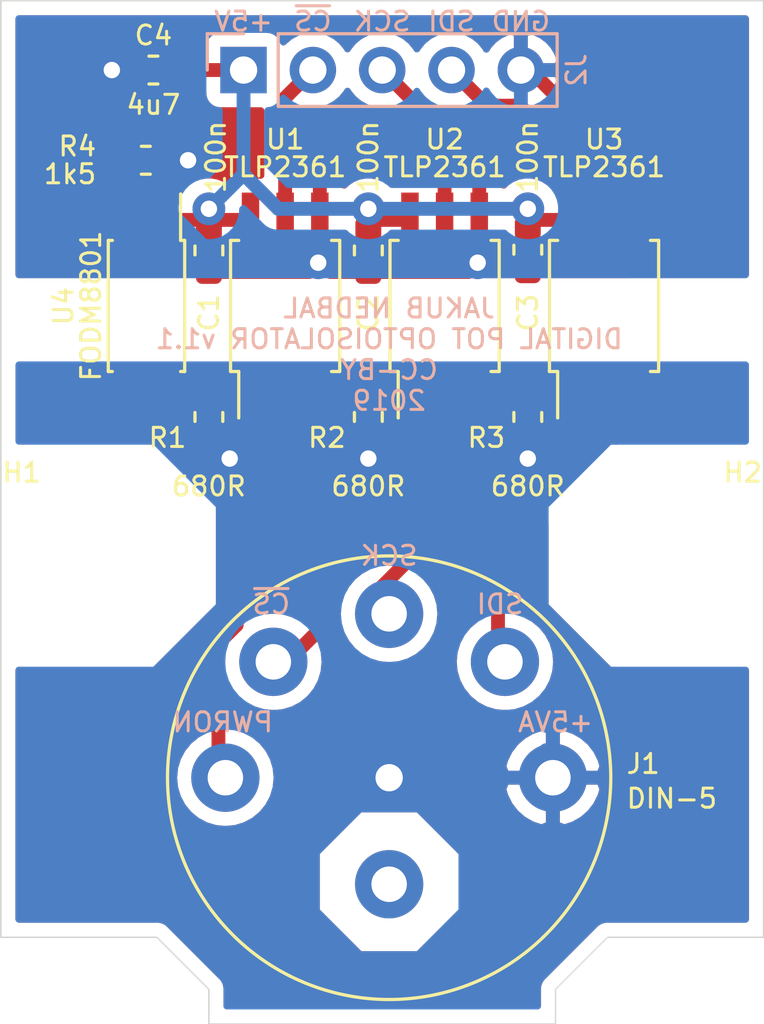
<source format=kicad_pcb>
(kicad_pcb (version 20171130) (host pcbnew 5.1.3)

  (general
    (thickness 1.6)
    (drawings 21)
    (tracks 104)
    (zones 0)
    (modules 16)
    (nets 15)
  )

  (page A4)
  (layers
    (0 F.Cu signal)
    (31 B.Cu signal)
    (32 B.Adhes user)
    (33 F.Adhes user)
    (34 B.Paste user)
    (35 F.Paste user)
    (36 B.SilkS user)
    (37 F.SilkS user)
    (38 B.Mask user)
    (39 F.Mask user)
    (40 Dwgs.User user)
    (41 Cmts.User user)
    (42 Eco1.User user)
    (43 Eco2.User user)
    (44 Edge.Cuts user)
    (45 Margin user)
    (46 B.CrtYd user)
    (47 F.CrtYd user)
    (48 B.Fab user)
    (49 F.Fab user hide)
  )

  (setup
    (last_trace_width 0.25)
    (user_trace_width 0.508)
    (trace_clearance 0.2)
    (zone_clearance 0.508)
    (zone_45_only no)
    (trace_min 0.2)
    (via_size 0.8)
    (via_drill 0.4)
    (via_min_size 0.4)
    (via_min_drill 0.3)
    (user_via 1.2 0.6)
    (uvia_size 0.3)
    (uvia_drill 0.1)
    (uvias_allowed no)
    (uvia_min_size 0.2)
    (uvia_min_drill 0.1)
    (edge_width 0.05)
    (segment_width 0.2)
    (pcb_text_width 0.3)
    (pcb_text_size 1.5 1.5)
    (mod_edge_width 0.12)
    (mod_text_size 1 1)
    (mod_text_width 0.15)
    (pad_size 1.524 1.524)
    (pad_drill 0.762)
    (pad_to_mask_clearance 0.051)
    (solder_mask_min_width 0.25)
    (aux_axis_origin 0 0)
    (visible_elements FFFFFF7F)
    (pcbplotparams
      (layerselection 0x010f0_ffffffff)
      (usegerberextensions true)
      (usegerberattributes false)
      (usegerberadvancedattributes false)
      (creategerberjobfile false)
      (excludeedgelayer true)
      (linewidth 0.100000)
      (plotframeref false)
      (viasonmask false)
      (mode 1)
      (useauxorigin false)
      (hpglpennumber 1)
      (hpglpenspeed 20)
      (hpglpendiameter 15.000000)
      (psnegative false)
      (psa4output false)
      (plotreference true)
      (plotvalue true)
      (plotinvisibletext false)
      (padsonsilk false)
      (subtractmaskfromsilk false)
      (outputformat 1)
      (mirror false)
      (drillshape 0)
      (scaleselection 1)
      (outputdirectory "boards/"))
  )

  (net 0 "")
  (net 1 +5V)
  (net 2 GND)
  (net 3 /SCK_IN)
  (net 4 /SDI_IN)
  (net 5 +5VA)
  (net 6 /POWERON_OUT)
  (net 7 /~CS_IN)
  (net 8 /~CS_OUT)
  (net 9 /SCK_OUT)
  (net 10 /SDI_OUT)
  (net 11 "Net-(R1-Pad2)")
  (net 12 "Net-(R2-Pad2)")
  (net 13 "Net-(R3-Pad2)")
  (net 14 "Net-(R4-Pad1)")

  (net_class Default "This is the default net class."
    (clearance 0.2)
    (trace_width 0.25)
    (via_dia 0.8)
    (via_drill 0.4)
    (uvia_dia 0.3)
    (uvia_drill 0.1)
    (add_net +5V)
    (add_net +5VA)
    (add_net /POWERON_OUT)
    (add_net /SCK_IN)
    (add_net /SCK_OUT)
    (add_net /SDI_IN)
    (add_net /SDI_OUT)
    (add_net /~CS_IN)
    (add_net /~CS_OUT)
    (add_net GND)
    (add_net "Net-(R1-Pad2)")
    (add_net "Net-(R2-Pad2)")
    (add_net "Net-(R3-Pad2)")
    (add_net "Net-(R4-Pad1)")
  )

  (module MountingHole:MountingHole_3.2mm_M3 (layer F.Cu) (tedit 56D1B4CB) (tstamp 5D31A07B)
    (at 91.44 38.1)
    (descr "Mounting Hole 3.2mm, no annular, M3")
    (tags "mounting hole 3.2mm no annular m3")
    (path /5D372A24)
    (attr virtual)
    (fp_text reference H1 (at -3.048 -3.048) (layer F.SilkS)
      (effects (font (size 0.7 0.7) (thickness 0.11)))
    )
    (fp_text value 3.2mm (at 0 4.2) (layer F.Fab)
      (effects (font (size 1 1) (thickness 0.15)))
    )
    (fp_circle (center 0 0) (end 3.45 0) (layer F.CrtYd) (width 0.05))
    (fp_circle (center 0 0) (end 3.2 0) (layer Cmts.User) (width 0.15))
    (fp_text user %R (at 0.3 0) (layer F.Fab)
      (effects (font (size 1 1) (thickness 0.15)))
    )
    (pad 1 np_thru_hole circle (at 0 0) (size 3.2 3.2) (drill 3.2) (layers *.Cu *.Mask))
  )

  (module jakub:DIN5 (layer F.Cu) (tedit 5D306D05) (tstamp 5D31A297)
    (at 101.854 46.228)
    (descr "DIN 5 audio connector")
    (path /5D2F5CDF)
    (fp_text reference J1 (at 8.636 -0.508) (layer F.SilkS)
      (effects (font (size 0.7 0.7) (thickness 0.11)) (justify left))
    )
    (fp_text value DIN-5 (at 8.636 0.762) (layer F.SilkS)
      (effects (font (size 0.7 0.7) (thickness 0.11)) (justify left))
    )
    (fp_circle (center 0 0) (end 0 8) (layer F.Fab) (width 0.1))
    (fp_circle (center 0 0) (end 0 8.12) (layer F.SilkS) (width 0.12))
    (fp_circle (center 0 0) (end 0 8.37) (layer F.CrtYd) (width 0.05))
    (pad 2 thru_hole oval (at 0 -6) (size 2.5 2.5) (drill 1.3) (layers *.Cu *.Mask)
      (net 3 /SCK_IN))
    (pad 5 thru_hole oval (at 4.24264 -4.24264) (size 2.5 2.5) (drill 1.3) (layers *.Cu *.Mask)
      (net 4 /SDI_IN))
    (pad 3 thru_hole oval (at 6 0) (size 2.5 2.5) (drill 1.3) (layers *.Cu *.Mask)
      (net 5 +5VA))
    (pad 6 thru_hole oval (at 0 3.9 180) (size 2.5 2.5) (drill 1.3) (layers *.Cu *.Mask))
    (pad 1 thru_hole oval (at -6 0) (size 2.5 2.5) (drill 1.3) (layers *.Cu *.Mask)
      (net 6 /POWERON_OUT))
    (pad 4 thru_hole oval (at -4.24264 -4.24264) (size 2.5 2.5) (drill 1.3) (layers *.Cu *.Mask)
      (net 7 /~CS_IN))
  )

  (module MountingHole:MountingHole_3.2mm_M3 (layer F.Cu) (tedit 56D1B4CB) (tstamp 5D31A083)
    (at 111.76 38.1)
    (descr "Mounting Hole 3.2mm, no annular, M3")
    (tags "mounting hole 3.2mm no annular m3")
    (path /5D3741F9)
    (attr virtual)
    (fp_text reference H2 (at 3.048 -3.048) (layer F.SilkS)
      (effects (font (size 0.7 0.7) (thickness 0.11)))
    )
    (fp_text value 3.2mm (at 0 4.2) (layer F.Fab)
      (effects (font (size 1 1) (thickness 0.15)))
    )
    (fp_circle (center 0 0) (end 3.45 0) (layer F.CrtYd) (width 0.05))
    (fp_circle (center 0 0) (end 3.2 0) (layer Cmts.User) (width 0.15))
    (fp_text user %R (at 0.3 0) (layer F.Fab)
      (effects (font (size 1 1) (thickness 0.15)))
    )
    (pad 1 np_thru_hole circle (at 0 0) (size 3.2 3.2) (drill 3.2) (layers *.Cu *.Mask))
  )

  (module Resistor_SMD:R_0603_1608Metric (layer F.Cu) (tedit 5B301BBD) (tstamp 5D30E5AD)
    (at 92.9385 23.622)
    (descr "Resistor SMD 0603 (1608 Metric), square (rectangular) end terminal, IPC_7351 nominal, (Body size source: http://www.tortai-tech.com/upload/download/2011102023233369053.pdf), generated with kicad-footprint-generator")
    (tags resistor)
    (path /5D309461)
    (attr smd)
    (fp_text reference R4 (at -1.7525 -0.508) (layer F.SilkS)
      (effects (font (size 0.7 0.7) (thickness 0.11)) (justify right))
    )
    (fp_text value 1k5 (at -1.7525 0.508) (layer F.SilkS)
      (effects (font (size 0.7 0.7) (thickness 0.11)) (justify right))
    )
    (fp_text user %R (at 0 0) (layer F.Fab)
      (effects (font (size 0.4 0.4) (thickness 0.06)))
    )
    (fp_line (start 1.48 0.73) (end -1.48 0.73) (layer F.CrtYd) (width 0.05))
    (fp_line (start 1.48 -0.73) (end 1.48 0.73) (layer F.CrtYd) (width 0.05))
    (fp_line (start -1.48 -0.73) (end 1.48 -0.73) (layer F.CrtYd) (width 0.05))
    (fp_line (start -1.48 0.73) (end -1.48 -0.73) (layer F.CrtYd) (width 0.05))
    (fp_line (start -0.162779 0.51) (end 0.162779 0.51) (layer F.SilkS) (width 0.12))
    (fp_line (start -0.162779 -0.51) (end 0.162779 -0.51) (layer F.SilkS) (width 0.12))
    (fp_line (start 0.8 0.4) (end -0.8 0.4) (layer F.Fab) (width 0.1))
    (fp_line (start 0.8 -0.4) (end 0.8 0.4) (layer F.Fab) (width 0.1))
    (fp_line (start -0.8 -0.4) (end 0.8 -0.4) (layer F.Fab) (width 0.1))
    (fp_line (start -0.8 0.4) (end -0.8 -0.4) (layer F.Fab) (width 0.1))
    (pad 2 smd roundrect (at 0.7875 0) (size 0.875 0.95) (layers F.Cu F.Paste F.Mask) (roundrect_rratio 0.25)
      (net 2 GND))
    (pad 1 smd roundrect (at -0.7875 0) (size 0.875 0.95) (layers F.Cu F.Paste F.Mask) (roundrect_rratio 0.25)
      (net 14 "Net-(R4-Pad1)"))
    (model ${KISYS3DMOD}/Resistor_SMD.3dshapes/R_0603_1608Metric.wrl
      (at (xyz 0 0 0))
      (scale (xyz 1 1 1))
      (rotate (xyz 0 0 0))
    )
  )

  (module Resistor_SMD:R_0603_1608Metric (layer F.Cu) (tedit 5B301BBD) (tstamp 5D30E59C)
    (at 106.934 33.02 90)
    (descr "Resistor SMD 0603 (1608 Metric), square (rectangular) end terminal, IPC_7351 nominal, (Body size source: http://www.tortai-tech.com/upload/download/2011102023233369053.pdf), generated with kicad-footprint-generator")
    (tags resistor)
    (path /5D3343BD)
    (attr smd)
    (fp_text reference R3 (at -0.762 -0.762 180) (layer F.SilkS)
      (effects (font (size 0.7 0.7) (thickness 0.11)) (justify right))
    )
    (fp_text value 680R (at -2.54 0 180) (layer F.SilkS)
      (effects (font (size 0.7 0.7) (thickness 0.11)))
    )
    (fp_text user %R (at 0 0 90) (layer F.Fab)
      (effects (font (size 0.4 0.4) (thickness 0.06)))
    )
    (fp_line (start 1.48 0.73) (end -1.48 0.73) (layer F.CrtYd) (width 0.05))
    (fp_line (start 1.48 -0.73) (end 1.48 0.73) (layer F.CrtYd) (width 0.05))
    (fp_line (start -1.48 -0.73) (end 1.48 -0.73) (layer F.CrtYd) (width 0.05))
    (fp_line (start -1.48 0.73) (end -1.48 -0.73) (layer F.CrtYd) (width 0.05))
    (fp_line (start -0.162779 0.51) (end 0.162779 0.51) (layer F.SilkS) (width 0.12))
    (fp_line (start -0.162779 -0.51) (end 0.162779 -0.51) (layer F.SilkS) (width 0.12))
    (fp_line (start 0.8 0.4) (end -0.8 0.4) (layer F.Fab) (width 0.1))
    (fp_line (start 0.8 -0.4) (end 0.8 0.4) (layer F.Fab) (width 0.1))
    (fp_line (start -0.8 -0.4) (end 0.8 -0.4) (layer F.Fab) (width 0.1))
    (fp_line (start -0.8 0.4) (end -0.8 -0.4) (layer F.Fab) (width 0.1))
    (pad 2 smd roundrect (at 0.7875 0 90) (size 0.875 0.95) (layers F.Cu F.Paste F.Mask) (roundrect_rratio 0.25)
      (net 13 "Net-(R3-Pad2)"))
    (pad 1 smd roundrect (at -0.7875 0 90) (size 0.875 0.95) (layers F.Cu F.Paste F.Mask) (roundrect_rratio 0.25)
      (net 5 +5VA))
    (model ${KISYS3DMOD}/Resistor_SMD.3dshapes/R_0603_1608Metric.wrl
      (at (xyz 0 0 0))
      (scale (xyz 1 1 1))
      (rotate (xyz 0 0 0))
    )
  )

  (module Resistor_SMD:R_0603_1608Metric (layer F.Cu) (tedit 5B301BBD) (tstamp 5D30E58B)
    (at 101.092 33.02 90)
    (descr "Resistor SMD 0603 (1608 Metric), square (rectangular) end terminal, IPC_7351 nominal, (Body size source: http://www.tortai-tech.com/upload/download/2011102023233369053.pdf), generated with kicad-footprint-generator")
    (tags resistor)
    (path /5D333FBC)
    (attr smd)
    (fp_text reference R2 (at -0.762 -0.762 180) (layer F.SilkS)
      (effects (font (size 0.7 0.7) (thickness 0.11)) (justify right))
    )
    (fp_text value 680R (at -2.54 0 180) (layer F.SilkS)
      (effects (font (size 0.7 0.7) (thickness 0.11)))
    )
    (fp_text user %R (at 0 0 90) (layer F.Fab)
      (effects (font (size 0.4 0.4) (thickness 0.06)))
    )
    (fp_line (start 1.48 0.73) (end -1.48 0.73) (layer F.CrtYd) (width 0.05))
    (fp_line (start 1.48 -0.73) (end 1.48 0.73) (layer F.CrtYd) (width 0.05))
    (fp_line (start -1.48 -0.73) (end 1.48 -0.73) (layer F.CrtYd) (width 0.05))
    (fp_line (start -1.48 0.73) (end -1.48 -0.73) (layer F.CrtYd) (width 0.05))
    (fp_line (start -0.162779 0.51) (end 0.162779 0.51) (layer F.SilkS) (width 0.12))
    (fp_line (start -0.162779 -0.51) (end 0.162779 -0.51) (layer F.SilkS) (width 0.12))
    (fp_line (start 0.8 0.4) (end -0.8 0.4) (layer F.Fab) (width 0.1))
    (fp_line (start 0.8 -0.4) (end 0.8 0.4) (layer F.Fab) (width 0.1))
    (fp_line (start -0.8 -0.4) (end 0.8 -0.4) (layer F.Fab) (width 0.1))
    (fp_line (start -0.8 0.4) (end -0.8 -0.4) (layer F.Fab) (width 0.1))
    (pad 2 smd roundrect (at 0.7875 0 90) (size 0.875 0.95) (layers F.Cu F.Paste F.Mask) (roundrect_rratio 0.25)
      (net 12 "Net-(R2-Pad2)"))
    (pad 1 smd roundrect (at -0.7875 0 90) (size 0.875 0.95) (layers F.Cu F.Paste F.Mask) (roundrect_rratio 0.25)
      (net 5 +5VA))
    (model ${KISYS3DMOD}/Resistor_SMD.3dshapes/R_0603_1608Metric.wrl
      (at (xyz 0 0 0))
      (scale (xyz 1 1 1))
      (rotate (xyz 0 0 0))
    )
  )

  (module Resistor_SMD:R_0603_1608Metric (layer F.Cu) (tedit 5B301BBD) (tstamp 5D30E57A)
    (at 95.25 33.02 90)
    (descr "Resistor SMD 0603 (1608 Metric), square (rectangular) end terminal, IPC_7351 nominal, (Body size source: http://www.tortai-tech.com/upload/download/2011102023233369053.pdf), generated with kicad-footprint-generator")
    (tags resistor)
    (path /5D2FEBBE)
    (attr smd)
    (fp_text reference R1 (at -0.762 -0.762 180) (layer F.SilkS)
      (effects (font (size 0.7 0.7) (thickness 0.11)) (justify right))
    )
    (fp_text value 680R (at -2.54 0 180) (layer F.SilkS)
      (effects (font (size 0.7 0.7) (thickness 0.11)))
    )
    (fp_text user %R (at 0 0 90) (layer F.Fab)
      (effects (font (size 0.4 0.4) (thickness 0.06)))
    )
    (fp_line (start 1.48 0.73) (end -1.48 0.73) (layer F.CrtYd) (width 0.05))
    (fp_line (start 1.48 -0.73) (end 1.48 0.73) (layer F.CrtYd) (width 0.05))
    (fp_line (start -1.48 -0.73) (end 1.48 -0.73) (layer F.CrtYd) (width 0.05))
    (fp_line (start -1.48 0.73) (end -1.48 -0.73) (layer F.CrtYd) (width 0.05))
    (fp_line (start -0.162779 0.51) (end 0.162779 0.51) (layer F.SilkS) (width 0.12))
    (fp_line (start -0.162779 -0.51) (end 0.162779 -0.51) (layer F.SilkS) (width 0.12))
    (fp_line (start 0.8 0.4) (end -0.8 0.4) (layer F.Fab) (width 0.1))
    (fp_line (start 0.8 -0.4) (end 0.8 0.4) (layer F.Fab) (width 0.1))
    (fp_line (start -0.8 -0.4) (end 0.8 -0.4) (layer F.Fab) (width 0.1))
    (fp_line (start -0.8 0.4) (end -0.8 -0.4) (layer F.Fab) (width 0.1))
    (pad 2 smd roundrect (at 0.7875 0 90) (size 0.875 0.95) (layers F.Cu F.Paste F.Mask) (roundrect_rratio 0.25)
      (net 11 "Net-(R1-Pad2)"))
    (pad 1 smd roundrect (at -0.7875 0 90) (size 0.875 0.95) (layers F.Cu F.Paste F.Mask) (roundrect_rratio 0.25)
      (net 5 +5VA))
    (model ${KISYS3DMOD}/Resistor_SMD.3dshapes/R_0603_1608Metric.wrl
      (at (xyz 0 0 0))
      (scale (xyz 1 1 1))
      (rotate (xyz 0 0 0))
    )
  )

  (module Capacitor_SMD:C_0603_1608Metric (layer F.Cu) (tedit 5B301BBE) (tstamp 5D30D5EB)
    (at 95.25 26.924 270)
    (descr "Capacitor SMD 0603 (1608 Metric), square (rectangular) end terminal, IPC_7351 nominal, (Body size source: http://www.tortai-tech.com/upload/download/2011102023233369053.pdf), generated with kicad-footprint-generator")
    (tags capacitor)
    (path /5D30D315)
    (attr smd)
    (fp_text reference C1 (at 1.524 0 90) (layer F.SilkS)
      (effects (font (size 0.7 0.7) (thickness 0.11)) (justify right))
    )
    (fp_text value 100n (at -2.032 -0.254 90) (layer F.SilkS)
      (effects (font (size 0.7 0.7) (thickness 0.11)) (justify left))
    )
    (fp_line (start -0.8 0.4) (end -0.8 -0.4) (layer F.Fab) (width 0.1))
    (fp_line (start -0.8 -0.4) (end 0.8 -0.4) (layer F.Fab) (width 0.1))
    (fp_line (start 0.8 -0.4) (end 0.8 0.4) (layer F.Fab) (width 0.1))
    (fp_line (start 0.8 0.4) (end -0.8 0.4) (layer F.Fab) (width 0.1))
    (fp_line (start -0.162779 -0.51) (end 0.162779 -0.51) (layer F.SilkS) (width 0.12))
    (fp_line (start -0.162779 0.51) (end 0.162779 0.51) (layer F.SilkS) (width 0.12))
    (fp_line (start -1.48 0.73) (end -1.48 -0.73) (layer F.CrtYd) (width 0.05))
    (fp_line (start -1.48 -0.73) (end 1.48 -0.73) (layer F.CrtYd) (width 0.05))
    (fp_line (start 1.48 -0.73) (end 1.48 0.73) (layer F.CrtYd) (width 0.05))
    (fp_line (start 1.48 0.73) (end -1.48 0.73) (layer F.CrtYd) (width 0.05))
    (fp_text user %R (at 0 0 90) (layer F.Fab)
      (effects (font (size 0.4 0.4) (thickness 0.06)))
    )
    (pad 1 smd roundrect (at -0.7875 0 270) (size 0.875 0.95) (layers F.Cu F.Paste F.Mask) (roundrect_rratio 0.25)
      (net 1 +5V))
    (pad 2 smd roundrect (at 0.7875 0 270) (size 0.875 0.95) (layers F.Cu F.Paste F.Mask) (roundrect_rratio 0.25)
      (net 2 GND))
    (model ${KISYS3DMOD}/Capacitor_SMD.3dshapes/C_0603_1608Metric.wrl
      (at (xyz 0 0 0))
      (scale (xyz 1 1 1))
      (rotate (xyz 0 0 0))
    )
  )

  (module Capacitor_SMD:C_0603_1608Metric (layer F.Cu) (tedit 5B301BBE) (tstamp 5D30D5FC)
    (at 101.092 26.924 270)
    (descr "Capacitor SMD 0603 (1608 Metric), square (rectangular) end terminal, IPC_7351 nominal, (Body size source: http://www.tortai-tech.com/upload/download/2011102023233369053.pdf), generated with kicad-footprint-generator")
    (tags capacitor)
    (path /5D332A2B)
    (attr smd)
    (fp_text reference C2 (at 1.524 0 90) (layer F.SilkS)
      (effects (font (size 0.7 0.7) (thickness 0.11)) (justify right))
    )
    (fp_text value 100n (at -2.032 0 90) (layer F.SilkS)
      (effects (font (size 0.7 0.7) (thickness 0.11)) (justify left))
    )
    (fp_line (start -0.8 0.4) (end -0.8 -0.4) (layer F.Fab) (width 0.1))
    (fp_line (start -0.8 -0.4) (end 0.8 -0.4) (layer F.Fab) (width 0.1))
    (fp_line (start 0.8 -0.4) (end 0.8 0.4) (layer F.Fab) (width 0.1))
    (fp_line (start 0.8 0.4) (end -0.8 0.4) (layer F.Fab) (width 0.1))
    (fp_line (start -0.162779 -0.51) (end 0.162779 -0.51) (layer F.SilkS) (width 0.12))
    (fp_line (start -0.162779 0.51) (end 0.162779 0.51) (layer F.SilkS) (width 0.12))
    (fp_line (start -1.48 0.73) (end -1.48 -0.73) (layer F.CrtYd) (width 0.05))
    (fp_line (start -1.48 -0.73) (end 1.48 -0.73) (layer F.CrtYd) (width 0.05))
    (fp_line (start 1.48 -0.73) (end 1.48 0.73) (layer F.CrtYd) (width 0.05))
    (fp_line (start 1.48 0.73) (end -1.48 0.73) (layer F.CrtYd) (width 0.05))
    (fp_text user %R (at 0 0 90) (layer F.Fab)
      (effects (font (size 0.4 0.4) (thickness 0.06)))
    )
    (pad 1 smd roundrect (at -0.7875 0 270) (size 0.875 0.95) (layers F.Cu F.Paste F.Mask) (roundrect_rratio 0.25)
      (net 1 +5V))
    (pad 2 smd roundrect (at 0.7875 0 270) (size 0.875 0.95) (layers F.Cu F.Paste F.Mask) (roundrect_rratio 0.25)
      (net 2 GND))
    (model ${KISYS3DMOD}/Capacitor_SMD.3dshapes/C_0603_1608Metric.wrl
      (at (xyz 0 0 0))
      (scale (xyz 1 1 1))
      (rotate (xyz 0 0 0))
    )
  )

  (module Capacitor_SMD:C_0603_1608Metric (layer F.Cu) (tedit 5B301BBE) (tstamp 5D30D60D)
    (at 106.934 26.8985 270)
    (descr "Capacitor SMD 0603 (1608 Metric), square (rectangular) end terminal, IPC_7351 nominal, (Body size source: http://www.tortai-tech.com/upload/download/2011102023233369053.pdf), generated with kicad-footprint-generator")
    (tags capacitor)
    (path /5D333385)
    (attr smd)
    (fp_text reference C3 (at 1.5495 0 90) (layer F.SilkS)
      (effects (font (size 0.7 0.7) (thickness 0.11)) (justify right))
    )
    (fp_text value 100n (at -2.0065 0 90) (layer F.SilkS)
      (effects (font (size 0.7 0.7) (thickness 0.11)) (justify left))
    )
    (fp_text user %R (at 0 0 90) (layer F.Fab)
      (effects (font (size 0.4 0.4) (thickness 0.06)))
    )
    (fp_line (start 1.48 0.73) (end -1.48 0.73) (layer F.CrtYd) (width 0.05))
    (fp_line (start 1.48 -0.73) (end 1.48 0.73) (layer F.CrtYd) (width 0.05))
    (fp_line (start -1.48 -0.73) (end 1.48 -0.73) (layer F.CrtYd) (width 0.05))
    (fp_line (start -1.48 0.73) (end -1.48 -0.73) (layer F.CrtYd) (width 0.05))
    (fp_line (start -0.162779 0.51) (end 0.162779 0.51) (layer F.SilkS) (width 0.12))
    (fp_line (start -0.162779 -0.51) (end 0.162779 -0.51) (layer F.SilkS) (width 0.12))
    (fp_line (start 0.8 0.4) (end -0.8 0.4) (layer F.Fab) (width 0.1))
    (fp_line (start 0.8 -0.4) (end 0.8 0.4) (layer F.Fab) (width 0.1))
    (fp_line (start -0.8 -0.4) (end 0.8 -0.4) (layer F.Fab) (width 0.1))
    (fp_line (start -0.8 0.4) (end -0.8 -0.4) (layer F.Fab) (width 0.1))
    (pad 2 smd roundrect (at 0.7875 0 270) (size 0.875 0.95) (layers F.Cu F.Paste F.Mask) (roundrect_rratio 0.25)
      (net 2 GND))
    (pad 1 smd roundrect (at -0.7875 0 270) (size 0.875 0.95) (layers F.Cu F.Paste F.Mask) (roundrect_rratio 0.25)
      (net 1 +5V))
    (model ${KISYS3DMOD}/Capacitor_SMD.3dshapes/C_0603_1608Metric.wrl
      (at (xyz 0 0 0))
      (scale (xyz 1 1 1))
      (rotate (xyz 0 0 0))
    )
  )

  (module Capacitor_SMD:C_0603_1608Metric (layer F.Cu) (tedit 5B301BBE) (tstamp 5D30D61E)
    (at 93.218 20.32 180)
    (descr "Capacitor SMD 0603 (1608 Metric), square (rectangular) end terminal, IPC_7351 nominal, (Body size source: http://www.tortai-tech.com/upload/download/2011102023233369053.pdf), generated with kicad-footprint-generator")
    (tags capacitor)
    (path /5D3300A6)
    (attr smd)
    (fp_text reference C4 (at 0 1.27) (layer F.SilkS)
      (effects (font (size 0.7 0.7) (thickness 0.11)))
    )
    (fp_text value 4u7 (at 0 -1.27) (layer F.SilkS)
      (effects (font (size 0.7 0.7) (thickness 0.11)))
    )
    (fp_text user %R (at 0 0) (layer F.Fab)
      (effects (font (size 0.4 0.4) (thickness 0.06)))
    )
    (fp_line (start 1.48 0.73) (end -1.48 0.73) (layer F.CrtYd) (width 0.05))
    (fp_line (start 1.48 -0.73) (end 1.48 0.73) (layer F.CrtYd) (width 0.05))
    (fp_line (start -1.48 -0.73) (end 1.48 -0.73) (layer F.CrtYd) (width 0.05))
    (fp_line (start -1.48 0.73) (end -1.48 -0.73) (layer F.CrtYd) (width 0.05))
    (fp_line (start -0.162779 0.51) (end 0.162779 0.51) (layer F.SilkS) (width 0.12))
    (fp_line (start -0.162779 -0.51) (end 0.162779 -0.51) (layer F.SilkS) (width 0.12))
    (fp_line (start 0.8 0.4) (end -0.8 0.4) (layer F.Fab) (width 0.1))
    (fp_line (start 0.8 -0.4) (end 0.8 0.4) (layer F.Fab) (width 0.1))
    (fp_line (start -0.8 -0.4) (end 0.8 -0.4) (layer F.Fab) (width 0.1))
    (fp_line (start -0.8 0.4) (end -0.8 -0.4) (layer F.Fab) (width 0.1))
    (pad 2 smd roundrect (at 0.7875 0 180) (size 0.875 0.95) (layers F.Cu F.Paste F.Mask) (roundrect_rratio 0.25)
      (net 2 GND))
    (pad 1 smd roundrect (at -0.7875 0 180) (size 0.875 0.95) (layers F.Cu F.Paste F.Mask) (roundrect_rratio 0.25)
      (net 1 +5V))
    (model ${KISYS3DMOD}/Capacitor_SMD.3dshapes/C_0603_1608Metric.wrl
      (at (xyz 0 0 0))
      (scale (xyz 1 1 1))
      (rotate (xyz 0 0 0))
    )
  )

  (module Connector_PinHeader_2.54mm:PinHeader_1x05_P2.54mm_Vertical (layer B.Cu) (tedit 59FED5CC) (tstamp 5D30DB53)
    (at 96.52 20.32 270)
    (descr "Through hole straight pin header, 1x05, 2.54mm pitch, single row")
    (tags "Through hole pin header THT 1x05 2.54mm single row")
    (path /5D32F6D0)
    (fp_text reference J2 (at 0 -12.192 270) (layer B.SilkS)
      (effects (font (size 0.7 0.7) (thickness 0.11)) (justify mirror))
    )
    (fp_text value "5-Way Header" (at -4.064 -8.382) (layer B.SilkS) hide
      (effects (font (size 0.7 0.7) (thickness 0.11)) (justify mirror))
    )
    (fp_line (start -0.635 1.27) (end 1.27 1.27) (layer B.Fab) (width 0.1))
    (fp_line (start 1.27 1.27) (end 1.27 -11.43) (layer B.Fab) (width 0.1))
    (fp_line (start 1.27 -11.43) (end -1.27 -11.43) (layer B.Fab) (width 0.1))
    (fp_line (start -1.27 -11.43) (end -1.27 0.635) (layer B.Fab) (width 0.1))
    (fp_line (start -1.27 0.635) (end -0.635 1.27) (layer B.Fab) (width 0.1))
    (fp_line (start -1.33 -11.49) (end 1.33 -11.49) (layer B.SilkS) (width 0.12))
    (fp_line (start -1.33 -1.27) (end -1.33 -11.49) (layer B.SilkS) (width 0.12))
    (fp_line (start 1.33 -1.27) (end 1.33 -11.49) (layer B.SilkS) (width 0.12))
    (fp_line (start -1.33 -1.27) (end 1.33 -1.27) (layer B.SilkS) (width 0.12))
    (fp_line (start -1.33 0) (end -1.33 1.33) (layer B.SilkS) (width 0.12))
    (fp_line (start -1.33 1.33) (end 0 1.33) (layer B.SilkS) (width 0.12))
    (fp_line (start -1.8 1.8) (end -1.8 -11.95) (layer B.CrtYd) (width 0.05))
    (fp_line (start -1.8 -11.95) (end 1.8 -11.95) (layer B.CrtYd) (width 0.05))
    (fp_line (start 1.8 -11.95) (end 1.8 1.8) (layer B.CrtYd) (width 0.05))
    (fp_line (start 1.8 1.8) (end -1.8 1.8) (layer B.CrtYd) (width 0.05))
    (fp_text user %R (at 0 -5.08) (layer B.Fab)
      (effects (font (size 1 1) (thickness 0.15)) (justify mirror))
    )
    (pad 1 thru_hole rect (at 0 0 270) (size 1.7 1.7) (drill 1) (layers *.Cu *.Mask)
      (net 1 +5V))
    (pad 2 thru_hole oval (at 0 -2.54 270) (size 1.7 1.7) (drill 1) (layers *.Cu *.Mask)
      (net 8 /~CS_OUT))
    (pad 3 thru_hole oval (at 0 -5.08 270) (size 1.7 1.7) (drill 1) (layers *.Cu *.Mask)
      (net 9 /SCK_OUT))
    (pad 4 thru_hole oval (at 0 -7.62 270) (size 1.7 1.7) (drill 1) (layers *.Cu *.Mask)
      (net 10 /SDI_OUT))
    (pad 5 thru_hole oval (at 0 -10.16 270) (size 1.7 1.7) (drill 1) (layers *.Cu *.Mask)
      (net 2 GND))
    (model ${KISYS3DMOD}/Connector_PinHeader_2.54mm.3dshapes/PinHeader_1x05_P2.54mm_Vertical.wrl
      (at (xyz 0 0 0))
      (scale (xyz 1 1 1))
      (rotate (xyz 0 0 0))
    )
  )

  (module Package_SO:SO-6_4.4x3.6mm_P1.27mm (layer F.Cu) (tedit 5A02F2D3) (tstamp 5D30D6A3)
    (at 98.044 28.956 90)
    (descr "6-Lead Plastic Small Outline (SO), see https://docs.broadcom.com/cs/Satellite?blobcol=urldata&blobheader=application%2Fpdf&blobheadername1=Content-Disposition&blobheadername2=Content-Type&blobheadername3=MDT-Type&blobheadervalue1=attachment%3Bfilename%3DIPD-Selection-Guide_AV00-0254EN_030617.pdf&blobheadervalue2=application%2Fx-download&blobheadervalue3=abinary%253B%2Bcharset%253DUTF-8&blobkey=id&blobnocache=true&blobtable=MungoBlobs&blobwhere=1430884105675&ssbinary=true")
    (tags "SO SOIC 1.27")
    (path /5D2F41DE)
    (attr smd)
    (fp_text reference U1 (at 6.096 0 180) (layer F.SilkS)
      (effects (font (size 0.7 0.7) (thickness 0.11)))
    )
    (fp_text value TLP2361 (at 5.08 0 180) (layer F.SilkS)
      (effects (font (size 0.7 0.7) (thickness 0.11)))
    )
    (fp_line (start -2.4 -1.7) (end -4.1 -1.7) (layer F.SilkS) (width 0.12))
    (fp_text user %R (at 0 -0.065 90) (layer F.Fab)
      (effects (font (size 1 1) (thickness 0.15)))
    )
    (fp_line (start 2.4 1.7) (end 2.4 2) (layer F.SilkS) (width 0.12))
    (fp_line (start 2.4 2) (end -2.4 2) (layer F.SilkS) (width 0.12))
    (fp_line (start -2.4 2) (end -2.4 1.7) (layer F.SilkS) (width 0.12))
    (fp_line (start -2.4 -1.7) (end -2.4 -2) (layer F.SilkS) (width 0.12))
    (fp_line (start -2.4 -2) (end 2.4 -2) (layer F.SilkS) (width 0.12))
    (fp_line (start 2.4 -2) (end 2.4 -1.7) (layer F.SilkS) (width 0.12))
    (fp_line (start 2.2 -1.8) (end 2.2 1.8) (layer F.Fab) (width 0.12))
    (fp_line (start 2.2 1.8) (end -2.2 1.8) (layer F.Fab) (width 0.12))
    (fp_line (start -2.2 1.8) (end -2.2 -1) (layer F.Fab) (width 0.12))
    (fp_line (start -2.2 -1) (end -1.4 -1.8) (layer F.Fab) (width 0.12))
    (fp_line (start -1.4 -1.8) (end 2.2 -1.8) (layer F.Fab) (width 0.12))
    (fp_line (start -4.4 -2.05) (end 4.4 -2.05) (layer F.CrtYd) (width 0.05))
    (fp_line (start -4.4 -2.05) (end -4.4 2.05) (layer F.CrtYd) (width 0.05))
    (fp_line (start 4.4 2.05) (end 4.4 -2.05) (layer F.CrtYd) (width 0.05))
    (fp_line (start 4.4 2.05) (end -4.4 2.05) (layer F.CrtYd) (width 0.05))
    (pad 1 smd rect (at -3.15 -1.27 90) (size 2 0.64) (layers F.Cu F.Paste F.Mask)
      (net 11 "Net-(R1-Pad2)"))
    (pad 2 smd rect (at -3.15 0 90) (size 2 0.64) (layers F.Cu F.Paste F.Mask))
    (pad 3 smd rect (at -3.15 1.27 90) (size 2 0.64) (layers F.Cu F.Paste F.Mask)
      (net 7 /~CS_IN))
    (pad 4 smd rect (at 3.15 1.27 90) (size 2 0.64) (layers F.Cu F.Paste F.Mask)
      (net 2 GND))
    (pad 5 smd rect (at 3.15 0 90) (size 2 0.64) (layers F.Cu F.Paste F.Mask)
      (net 8 /~CS_OUT))
    (pad 6 smd rect (at 3.15 -1.27 90) (size 2 0.64) (layers F.Cu F.Paste F.Mask)
      (net 1 +5V))
    (model ${KISYS3DMOD}/Package_SO.3dshapes/SO-6_4.4x3.6mm_P1.27mm.wrl
      (at (xyz 0 0 0))
      (scale (xyz 1 1 1))
      (rotate (xyz 0 0 0))
    )
  )

  (module Package_SO:SO-6_4.4x3.6mm_P1.27mm (layer F.Cu) (tedit 5A02F2D3) (tstamp 5D31A683)
    (at 103.886 28.956 90)
    (descr "6-Lead Plastic Small Outline (SO), see https://docs.broadcom.com/cs/Satellite?blobcol=urldata&blobheader=application%2Fpdf&blobheadername1=Content-Disposition&blobheadername2=Content-Type&blobheadername3=MDT-Type&blobheadervalue1=attachment%3Bfilename%3DIPD-Selection-Guide_AV00-0254EN_030617.pdf&blobheadervalue2=application%2Fx-download&blobheadervalue3=abinary%253B%2Bcharset%253DUTF-8&blobkey=id&blobnocache=true&blobtable=MungoBlobs&blobwhere=1430884105675&ssbinary=true")
    (tags "SO SOIC 1.27")
    (path /5D2F7860)
    (attr smd)
    (fp_text reference U2 (at 6.096 0 180) (layer F.SilkS)
      (effects (font (size 0.7 0.7) (thickness 0.11)))
    )
    (fp_text value TLP2361 (at 5.08 0 180) (layer F.SilkS)
      (effects (font (size 0.7 0.7) (thickness 0.11)))
    )
    (fp_line (start 4.4 2.05) (end -4.4 2.05) (layer F.CrtYd) (width 0.05))
    (fp_line (start 4.4 2.05) (end 4.4 -2.05) (layer F.CrtYd) (width 0.05))
    (fp_line (start -4.4 -2.05) (end -4.4 2.05) (layer F.CrtYd) (width 0.05))
    (fp_line (start -4.4 -2.05) (end 4.4 -2.05) (layer F.CrtYd) (width 0.05))
    (fp_line (start -1.4 -1.8) (end 2.2 -1.8) (layer F.Fab) (width 0.12))
    (fp_line (start -2.2 -1) (end -1.4 -1.8) (layer F.Fab) (width 0.12))
    (fp_line (start -2.2 1.8) (end -2.2 -1) (layer F.Fab) (width 0.12))
    (fp_line (start 2.2 1.8) (end -2.2 1.8) (layer F.Fab) (width 0.12))
    (fp_line (start 2.2 -1.8) (end 2.2 1.8) (layer F.Fab) (width 0.12))
    (fp_line (start 2.4 -2) (end 2.4 -1.7) (layer F.SilkS) (width 0.12))
    (fp_line (start -2.4 -2) (end 2.4 -2) (layer F.SilkS) (width 0.12))
    (fp_line (start -2.4 -1.7) (end -2.4 -2) (layer F.SilkS) (width 0.12))
    (fp_line (start -2.4 2) (end -2.4 1.7) (layer F.SilkS) (width 0.12))
    (fp_line (start 2.4 2) (end -2.4 2) (layer F.SilkS) (width 0.12))
    (fp_line (start 2.4 1.7) (end 2.4 2) (layer F.SilkS) (width 0.12))
    (fp_text user %R (at 0 -0.065 90) (layer F.Fab)
      (effects (font (size 1 1) (thickness 0.15)))
    )
    (fp_line (start -2.4 -1.7) (end -4.1 -1.7) (layer F.SilkS) (width 0.12))
    (pad 6 smd rect (at 3.15 -1.27 90) (size 2 0.64) (layers F.Cu F.Paste F.Mask)
      (net 1 +5V))
    (pad 5 smd rect (at 3.15 0 90) (size 2 0.64) (layers F.Cu F.Paste F.Mask)
      (net 9 /SCK_OUT))
    (pad 4 smd rect (at 3.15 1.27 90) (size 2 0.64) (layers F.Cu F.Paste F.Mask)
      (net 2 GND))
    (pad 3 smd rect (at -3.15 1.27 90) (size 2 0.64) (layers F.Cu F.Paste F.Mask)
      (net 3 /SCK_IN))
    (pad 2 smd rect (at -3.15 0 90) (size 2 0.64) (layers F.Cu F.Paste F.Mask))
    (pad 1 smd rect (at -3.15 -1.27 90) (size 2 0.64) (layers F.Cu F.Paste F.Mask)
      (net 12 "Net-(R2-Pad2)"))
    (model ${KISYS3DMOD}/Package_SO.3dshapes/SO-6_4.4x3.6mm_P1.27mm.wrl
      (at (xyz 0 0 0))
      (scale (xyz 1 1 1))
      (rotate (xyz 0 0 0))
    )
  )

  (module Package_SO:SO-6_4.4x3.6mm_P1.27mm (layer F.Cu) (tedit 5A02F2D3) (tstamp 5D31A838)
    (at 109.728 28.956 90)
    (descr "6-Lead Plastic Small Outline (SO), see https://docs.broadcom.com/cs/Satellite?blobcol=urldata&blobheader=application%2Fpdf&blobheadername1=Content-Disposition&blobheadername2=Content-Type&blobheadername3=MDT-Type&blobheadervalue1=attachment%3Bfilename%3DIPD-Selection-Guide_AV00-0254EN_030617.pdf&blobheadervalue2=application%2Fx-download&blobheadervalue3=abinary%253B%2Bcharset%253DUTF-8&blobkey=id&blobnocache=true&blobtable=MungoBlobs&blobwhere=1430884105675&ssbinary=true")
    (tags "SO SOIC 1.27")
    (path /5D2FA988)
    (attr smd)
    (fp_text reference U3 (at 6.096 0 180) (layer F.SilkS)
      (effects (font (size 0.7 0.7) (thickness 0.11)))
    )
    (fp_text value TLP2361 (at 5.08 0 180) (layer F.SilkS)
      (effects (font (size 0.7 0.7) (thickness 0.11)))
    )
    (fp_line (start -2.4 -1.7) (end -4.1 -1.7) (layer F.SilkS) (width 0.12))
    (fp_text user %R (at 0 -0.065 90) (layer F.Fab)
      (effects (font (size 1 1) (thickness 0.15)))
    )
    (fp_line (start 2.4 1.7) (end 2.4 2) (layer F.SilkS) (width 0.12))
    (fp_line (start 2.4 2) (end -2.4 2) (layer F.SilkS) (width 0.12))
    (fp_line (start -2.4 2) (end -2.4 1.7) (layer F.SilkS) (width 0.12))
    (fp_line (start -2.4 -1.7) (end -2.4 -2) (layer F.SilkS) (width 0.12))
    (fp_line (start -2.4 -2) (end 2.4 -2) (layer F.SilkS) (width 0.12))
    (fp_line (start 2.4 -2) (end 2.4 -1.7) (layer F.SilkS) (width 0.12))
    (fp_line (start 2.2 -1.8) (end 2.2 1.8) (layer F.Fab) (width 0.12))
    (fp_line (start 2.2 1.8) (end -2.2 1.8) (layer F.Fab) (width 0.12))
    (fp_line (start -2.2 1.8) (end -2.2 -1) (layer F.Fab) (width 0.12))
    (fp_line (start -2.2 -1) (end -1.4 -1.8) (layer F.Fab) (width 0.12))
    (fp_line (start -1.4 -1.8) (end 2.2 -1.8) (layer F.Fab) (width 0.12))
    (fp_line (start -4.4 -2.05) (end 4.4 -2.05) (layer F.CrtYd) (width 0.05))
    (fp_line (start -4.4 -2.05) (end -4.4 2.05) (layer F.CrtYd) (width 0.05))
    (fp_line (start 4.4 2.05) (end 4.4 -2.05) (layer F.CrtYd) (width 0.05))
    (fp_line (start 4.4 2.05) (end -4.4 2.05) (layer F.CrtYd) (width 0.05))
    (pad 1 smd rect (at -3.15 -1.27 90) (size 2 0.64) (layers F.Cu F.Paste F.Mask)
      (net 13 "Net-(R3-Pad2)"))
    (pad 2 smd rect (at -3.15 0 90) (size 2 0.64) (layers F.Cu F.Paste F.Mask))
    (pad 3 smd rect (at -3.15 1.27 90) (size 2 0.64) (layers F.Cu F.Paste F.Mask)
      (net 4 /SDI_IN))
    (pad 4 smd rect (at 3.15 1.27 90) (size 2 0.64) (layers F.Cu F.Paste F.Mask)
      (net 2 GND))
    (pad 5 smd rect (at 3.15 0 90) (size 2 0.64) (layers F.Cu F.Paste F.Mask)
      (net 10 /SDI_OUT))
    (pad 6 smd rect (at 3.15 -1.27 90) (size 2 0.64) (layers F.Cu F.Paste F.Mask)
      (net 1 +5V))
    (model ${KISYS3DMOD}/Package_SO.3dshapes/SO-6_4.4x3.6mm_P1.27mm.wrl
      (at (xyz 0 0 0))
      (scale (xyz 1 1 1))
      (rotate (xyz 0 0 0))
    )
  )

  (module Package_SO:SO-4_4.4x2.3mm_P1.27mm (layer F.Cu) (tedit 5B1E4D3A) (tstamp 5D30D6F2)
    (at 92.964 28.956 270)
    (descr "4-Lead Plastic Small Outline (SO), see http://datasheet.octopart.com/OPIA403BTRE-Optek-datasheet-5328560.pdf")
    (tags "SO SOIC 1.27")
    (path /5D341043)
    (attr smd)
    (fp_text reference U4 (at 0 3.048 90) (layer F.SilkS)
      (effects (font (size 0.7 0.7) (thickness 0.11)))
    )
    (fp_text value FODM8801 (at 0 2.032 90) (layer F.SilkS)
      (effects (font (size 0.7 0.7) (thickness 0.11)))
    )
    (fp_line (start 4.4 1.45) (end -4.4 1.45) (layer F.CrtYd) (width 0.05))
    (fp_line (start 4.4 1.45) (end 4.4 -1.45) (layer F.CrtYd) (width 0.05))
    (fp_line (start -4.4 -1.45) (end -4.4 1.45) (layer F.CrtYd) (width 0.05))
    (fp_line (start -4.4 -1.45) (end 4.4 -1.45) (layer F.CrtYd) (width 0.05))
    (fp_line (start 2.4 -1.4) (end 2.4 -1.25) (layer F.SilkS) (width 0.12))
    (fp_line (start -2.4 -1.4) (end 2.4 -1.4) (layer F.SilkS) (width 0.12))
    (fp_line (start -2.4 -1.25) (end -2.4 -1.4) (layer F.SilkS) (width 0.12))
    (fp_line (start -2.4 1.4) (end -2.4 1.25) (layer F.SilkS) (width 0.12))
    (fp_line (start 2.4 1.4) (end -2.4 1.4) (layer F.SilkS) (width 0.12))
    (fp_line (start 2.4 1.25) (end 2.4 1.4) (layer F.SilkS) (width 0.12))
    (fp_line (start -2.4 -1.25) (end -4.1 -1.25) (layer F.SilkS) (width 0.12))
    (fp_line (start -2.2 -0.7) (end -2.2 1.2) (layer F.Fab) (width 0.12))
    (fp_line (start -1.7 -1.2) (end -2.2 -0.7) (layer F.Fab) (width 0.12))
    (fp_line (start 2.2 -1.2) (end -1.7 -1.2) (layer F.Fab) (width 0.12))
    (fp_line (start 2.2 1.2) (end 2.2 -1.2) (layer F.Fab) (width 0.12))
    (fp_line (start -2.2 1.2) (end 2.2 1.2) (layer F.Fab) (width 0.12))
    (fp_text user %R (at 0 -0.065 90) (layer F.Fab)
      (effects (font (size 1 1) (thickness 0.15)))
    )
    (pad 4 smd rect (at 3.15 -0.635 270) (size 2 0.64) (layers F.Cu F.Paste F.Mask)
      (net 5 +5VA))
    (pad 3 smd rect (at 3.15 0.635 270) (size 2 0.64) (layers F.Cu F.Paste F.Mask)
      (net 6 /POWERON_OUT))
    (pad 2 smd rect (at -3.15 0.635 270) (size 2 0.64) (layers F.Cu F.Paste F.Mask)
      (net 14 "Net-(R4-Pad1)"))
    (pad 1 smd rect (at -3.15 -0.635 270) (size 2 0.64) (layers F.Cu F.Paste F.Mask)
      (net 1 +5V))
    (model ${KISYS3DMOD}/Package_SO.3dshapes/SO-4_4.4x2.3mm_P1.27mm.wrl
      (at (xyz 0 0 0))
      (scale (xyz 1 1 1))
      (rotate (xyz 0 0 0))
    )
  )

  (gr_line (start 95.25 55.245) (end 107.95 55.245) (layer Edge.Cuts) (width 0.05))
  (gr_line (start 95.25 53.975) (end 95.25 55.245) (layer Edge.Cuts) (width 0.05))
  (gr_line (start 93.345 52.07) (end 95.25 53.975) (layer Edge.Cuts) (width 0.05))
  (gr_line (start 87.63 52.07) (end 93.345 52.07) (layer Edge.Cuts) (width 0.05))
  (gr_line (start 107.95 53.975) (end 107.95 55.245) (layer Edge.Cuts) (width 0.05))
  (gr_line (start 109.855 52.07) (end 107.95 53.975) (layer Edge.Cuts) (width 0.05))
  (gr_line (start 115.57 52.07) (end 109.855 52.07) (layer Edge.Cuts) (width 0.05))
  (gr_text "JAKUB NEDBAL\nDIGITAL POT OPTOISOLATOR v1.1\nCC-BY\n2019" (at 101.854 30.734) (layer B.SilkS)
    (effects (font (size 0.7 0.7) (thickness 0.11)) (justify mirror))
  )
  (gr_text +5VA (at 107.95 44.196) (layer B.SilkS) (tstamp 5D31C335)
    (effects (font (size 0.7 0.7) (thickness 0.11)) (justify mirror))
  )
  (gr_text SDI (at 105.918 39.878) (layer B.SilkS) (tstamp 5D31C335)
    (effects (font (size 0.7 0.7) (thickness 0.11)) (justify mirror))
  )
  (gr_text SCK (at 101.854 38.1) (layer B.SilkS) (tstamp 5D31C335)
    (effects (font (size 0.7 0.7) (thickness 0.11)) (justify mirror))
  )
  (gr_text ~CS (at 97.536 39.878) (layer B.SilkS) (tstamp 5D31C335)
    (effects (font (size 0.7 0.7) (thickness 0.11)) (justify mirror))
  )
  (gr_text PWRON (at 95.758 44.196) (layer B.SilkS) (tstamp 5D31C335)
    (effects (font (size 0.7 0.7) (thickness 0.11)) (justify mirror))
  )
  (gr_text GND (at 106.68 18.542) (layer B.SilkS) (tstamp 5D31C335)
    (effects (font (size 0.7 0.7) (thickness 0.11)) (justify mirror))
  )
  (gr_text SDI (at 104.14 18.542) (layer B.SilkS) (tstamp 5D31C32F)
    (effects (font (size 0.7 0.7) (thickness 0.11)) (justify mirror))
  )
  (gr_text SCK (at 101.6 18.542) (layer B.SilkS) (tstamp 5D31C32A)
    (effects (font (size 0.7 0.7) (thickness 0.11)) (justify mirror))
  )
  (gr_text ~CS (at 99.06 18.542) (layer B.SilkS) (tstamp 5D31C321)
    (effects (font (size 0.7 0.7) (thickness 0.11)) (justify mirror))
  )
  (gr_text +5V (at 96.52 18.542) (layer B.SilkS)
    (effects (font (size 0.7 0.7) (thickness 0.11)) (justify mirror))
  )
  (gr_line (start 115.57 17.78) (end 87.63 17.78) (layer Edge.Cuts) (width 0.05) (tstamp 5D31B0B4))
  (gr_line (start 115.57 52.07) (end 115.57 17.78) (layer Edge.Cuts) (width 0.05))
  (gr_line (start 87.63 17.78) (end 87.63 52.07) (layer Edge.Cuts) (width 0.05))

  (segment (start 94.9195 25.806) (end 95.25 26.1365) (width 0.508) (layer F.Cu) (net 1))
  (segment (start 93.599 25.806) (end 94.9195 25.806) (width 0.508) (layer F.Cu) (net 1))
  (segment (start 95.5805 25.806) (end 95.25 26.1365) (width 0.508) (layer F.Cu) (net 1))
  (segment (start 96.774 25.806) (end 95.5805 25.806) (width 0.508) (layer F.Cu) (net 1))
  (segment (start 101.4225 25.806) (end 101.092 26.1365) (width 0.508) (layer F.Cu) (net 1))
  (segment (start 102.616 25.806) (end 101.4225 25.806) (width 0.508) (layer F.Cu) (net 1))
  (segment (start 107.239 25.806) (end 106.934 26.111) (width 0.508) (layer F.Cu) (net 1))
  (segment (start 108.458 25.806) (end 107.239 25.806) (width 0.508) (layer F.Cu) (net 1))
  (segment (start 95.25 26.1365) (end 95.25 25.4) (width 0.508) (layer F.Cu) (net 1))
  (via (at 95.25 25.4) (size 1.2) (drill 0.6) (layers F.Cu B.Cu) (net 1))
  (segment (start 101.092 26.1365) (end 101.092 25.4) (width 0.508) (layer F.Cu) (net 1))
  (via (at 101.092 25.4) (size 1.2) (drill 0.6) (layers F.Cu B.Cu) (net 1))
  (segment (start 106.934 26.111) (end 106.934 25.4) (width 0.508) (layer F.Cu) (net 1))
  (via (at 106.934 25.4) (size 1.2) (drill 0.6) (layers F.Cu B.Cu) (net 1))
  (segment (start 96.52 24.13) (end 95.25 25.4) (width 0.508) (layer B.Cu) (net 1))
  (segment (start 96.52 20.32) (end 96.52 24.13) (width 0.508) (layer B.Cu) (net 1))
  (segment (start 97.79 25.4) (end 96.52 24.13) (width 0.508) (layer B.Cu) (net 1))
  (segment (start 101.092 25.4) (end 97.79 25.4) (width 0.508) (layer B.Cu) (net 1))
  (segment (start 101.092 25.4) (end 106.934 25.4) (width 0.508) (layer B.Cu) (net 1))
  (segment (start 94.0055 20.32) (end 96.52 20.32) (width 0.508) (layer F.Cu) (net 1))
  (segment (start 99.314 27.314) (end 99.314 25.806) (width 0.508) (layer F.Cu) (net 2))
  (segment (start 98.9165 27.7115) (end 99.255 27.373) (width 0.508) (layer F.Cu) (net 2))
  (segment (start 95.25 27.7115) (end 98.9165 27.7115) (width 0.508) (layer F.Cu) (net 2))
  (segment (start 99.7115 27.7115) (end 101.092 27.7115) (width 0.508) (layer F.Cu) (net 2))
  (segment (start 99.314 27.314) (end 99.7115 27.7115) (width 0.508) (layer F.Cu) (net 2))
  (segment (start 105.156 27.314) (end 105.156 25.806) (width 0.508) (layer F.Cu) (net 2))
  (segment (start 104.7585 27.7115) (end 105.097 27.373) (width 0.508) (layer F.Cu) (net 2))
  (segment (start 101.092 27.7115) (end 104.7585 27.7115) (width 0.508) (layer F.Cu) (net 2))
  (segment (start 105.528 27.686) (end 106.934 27.686) (width 0.508) (layer F.Cu) (net 2))
  (segment (start 105.156 27.314) (end 105.528 27.686) (width 0.508) (layer F.Cu) (net 2))
  (segment (start 110.626 27.686) (end 110.998 27.314) (width 0.508) (layer F.Cu) (net 2))
  (segment (start 110.998 27.314) (end 110.998 25.806) (width 0.508) (layer F.Cu) (net 2))
  (segment (start 106.934 27.686) (end 110.626 27.686) (width 0.508) (layer F.Cu) (net 2))
  (segment (start 107.02 20.32) (end 106.68 20.32) (width 0.508) (layer F.Cu) (net 2))
  (segment (start 110.998 24.298) (end 107.02 20.32) (width 0.508) (layer F.Cu) (net 2))
  (segment (start 110.998 25.806) (end 110.998 24.298) (width 0.508) (layer F.Cu) (net 2))
  (segment (start 93.726 23.622) (end 94.488 23.622) (width 0.508) (layer F.Cu) (net 2))
  (via (at 94.488 23.622) (size 1.2) (drill 0.6) (layers F.Cu B.Cu) (net 2))
  (segment (start 105.097 27.373) (end 105.156 27.314) (width 0.508) (layer F.Cu) (net 2) (tstamp 5D31AF33))
  (via (at 105.097 27.373) (size 1.2) (drill 0.6) (layers F.Cu B.Cu) (net 2))
  (segment (start 99.255 27.373) (end 99.314 27.314) (width 0.508) (layer F.Cu) (net 2) (tstamp 5D31AF35))
  (via (at 99.255 27.373) (size 1.2) (drill 0.6) (layers F.Cu B.Cu) (net 2))
  (segment (start 105.097 27.373) (end 99.255 27.373) (width 0.508) (layer B.Cu) (net 2))
  (segment (start 93.888001 24.221999) (end 94.488 23.622) (width 0.508) (layer B.Cu) (net 2))
  (segment (start 93.888001 25.597923) (end 93.888001 24.221999) (width 0.508) (layer B.Cu) (net 2))
  (segment (start 95.663078 27.373) (end 93.888001 25.597923) (width 0.508) (layer B.Cu) (net 2))
  (segment (start 99.255 27.373) (end 95.663078 27.373) (width 0.508) (layer B.Cu) (net 2))
  (via (at 91.694 20.32) (size 1.2) (drill 0.6) (layers F.Cu B.Cu) (net 2))
  (segment (start 91.694 20.828) (end 94.488 23.622) (width 0.508) (layer B.Cu) (net 2))
  (segment (start 91.694 20.32) (end 91.694 20.828) (width 0.508) (layer B.Cu) (net 2))
  (segment (start 92.4305 20.32) (end 91.694 20.32) (width 0.508) (layer F.Cu) (net 2))
  (segment (start 105.156 33.614) (end 105.156 32.106) (width 0.508) (layer F.Cu) (net 3))
  (segment (start 105.156 35.666234) (end 105.156 33.614) (width 0.508) (layer F.Cu) (net 3))
  (segment (start 101.6 39.222234) (end 105.156 35.666234) (width 0.508) (layer F.Cu) (net 3))
  (segment (start 101.6 40.99) (end 101.6 39.222234) (width 0.508) (layer F.Cu) (net 3))
  (segment (start 105.84264 42.74736) (end 105.84264 37.41336) (width 0.508) (layer F.Cu) (net 4))
  (segment (start 105.84264 37.41336) (end 109.474 33.782) (width 0.508) (layer F.Cu) (net 4))
  (segment (start 110.189202 33.782) (end 109.474 33.782) (width 0.508) (layer F.Cu) (net 4))
  (segment (start 110.998 32.973202) (end 110.189202 33.782) (width 0.508) (layer F.Cu) (net 4))
  (segment (start 110.998 32.106) (end 110.998 32.973202) (width 0.508) (layer F.Cu) (net 4))
  (via (at 101.854 46.228) (size 2) (drill 1) (layers F.Cu B.Cu) (net 5))
  (segment (start 93.599 32.1565) (end 95.25 33.8075) (width 0.508) (layer F.Cu) (net 5))
  (segment (start 93.599 32.106) (end 93.599 32.1565) (width 0.508) (layer F.Cu) (net 5))
  (segment (start 101.092 33.8075) (end 101.092 34.544) (width 0.508) (layer F.Cu) (net 5))
  (via (at 101.092 34.544) (size 1.2) (drill 0.6) (layers F.Cu B.Cu) (net 5))
  (segment (start 106.934 33.8075) (end 106.934 34.544) (width 0.508) (layer F.Cu) (net 5))
  (via (at 106.934 34.544) (size 1.2) (drill 0.6) (layers F.Cu B.Cu) (net 5))
  (segment (start 101.092 34.544) (end 106.934 34.544) (width 0.508) (layer B.Cu) (net 5))
  (segment (start 107.6 45.222234) (end 107.6 46.99) (width 0.508) (layer B.Cu) (net 5))
  (segment (start 96.012 34.544) (end 101.092 34.544) (width 0.508) (layer B.Cu) (net 5))
  (segment (start 95.25 33.8075) (end 96.012 34.544) (width 0.508) (layer F.Cu) (net 5))
  (via (at 96.012 34.544) (size 1.2) (drill 0.6) (layers F.Cu B.Cu) (net 5))
  (segment (start 106.934 34.544) (end 106.934 39.624) (width 0.508) (layer B.Cu) (net 5))
  (segment (start 106.934 39.624) (end 108.458 41.148) (width 0.508) (layer B.Cu) (net 5))
  (segment (start 108.458 41.148) (end 108.458 43.434) (width 0.508) (layer B.Cu) (net 5))
  (segment (start 107.854 44.038) (end 107.854 46.228) (width 0.508) (layer B.Cu) (net 5))
  (segment (start 108.458 43.434) (end 107.854 44.038) (width 0.508) (layer B.Cu) (net 5))
  (segment (start 95.6 45.222234) (end 95.6 46.99) (width 0.508) (layer F.Cu) (net 6))
  (segment (start 92.329 32.973202) (end 93.137798 33.782) (width 0.508) (layer F.Cu) (net 6))
  (segment (start 92.329 32.106) (end 92.329 32.973202) (width 0.508) (layer F.Cu) (net 6))
  (segment (start 93.690078 33.782) (end 96.266 36.357922) (width 0.508) (layer F.Cu) (net 6))
  (segment (start 93.137798 33.782) (end 93.690078 33.782) (width 0.508) (layer F.Cu) (net 6))
  (segment (start 96.266 40.64) (end 95.6 41.306) (width 0.508) (layer F.Cu) (net 6))
  (segment (start 96.266 36.357922) (end 96.266 40.64) (width 0.508) (layer F.Cu) (net 6))
  (segment (start 95.6 41.306) (end 95.6 45.222234) (width 0.508) (layer F.Cu) (net 6))
  (segment (start 99.314 40.79072) (end 97.35736 42.74736) (width 0.508) (layer F.Cu) (net 7))
  (segment (start 99.314 32.106) (end 99.314 40.79072) (width 0.508) (layer F.Cu) (net 7))
  (segment (start 98.044 21.336) (end 99.06 20.32) (width 0.508) (layer F.Cu) (net 8))
  (segment (start 98.044 25.806) (end 98.044 21.336) (width 0.508) (layer F.Cu) (net 8))
  (segment (start 103.886 22.606) (end 101.6 20.32) (width 0.508) (layer F.Cu) (net 9))
  (segment (start 103.886 25.806) (end 103.886 22.606) (width 0.508) (layer F.Cu) (net 9))
  (segment (start 105.444001 21.624001) (end 104.989999 21.169999) (width 0.508) (layer F.Cu) (net 10))
  (segment (start 106.413203 21.624001) (end 105.444001 21.624001) (width 0.508) (layer F.Cu) (net 10))
  (segment (start 104.989999 21.169999) (end 104.14 20.32) (width 0.508) (layer F.Cu) (net 10))
  (segment (start 109.728 24.938798) (end 106.413203 21.624001) (width 0.508) (layer F.Cu) (net 10))
  (segment (start 109.728 25.806) (end 109.728 24.938798) (width 0.508) (layer F.Cu) (net 10))
  (segment (start 96.6475 32.2325) (end 96.774 32.106) (width 0.508) (layer F.Cu) (net 11))
  (segment (start 95.25 32.2325) (end 96.6475 32.2325) (width 0.508) (layer F.Cu) (net 11))
  (segment (start 102.4895 32.2325) (end 102.616 32.106) (width 0.508) (layer F.Cu) (net 12))
  (segment (start 101.092 32.2325) (end 102.4895 32.2325) (width 0.508) (layer F.Cu) (net 12))
  (segment (start 108.3315 32.2325) (end 108.458 32.106) (width 0.508) (layer F.Cu) (net 13))
  (segment (start 106.934 32.2325) (end 108.3315 32.2325) (width 0.508) (layer F.Cu) (net 13))
  (segment (start 92.329 23.8) (end 92.151 23.622) (width 0.508) (layer F.Cu) (net 14))
  (segment (start 92.329 25.806) (end 92.329 23.8) (width 0.508) (layer F.Cu) (net 14))

  (zone (net 2) (net_name GND) (layer F.Cu) (tstamp 5D325EB5) (hatch edge 0.508)
    (connect_pads (clearance 0.508))
    (min_thickness 0.254)
    (fill yes (arc_segments 32) (thermal_gap 0.508) (thermal_bridge_width 0.508))
    (polygon
      (pts
        (xy 87.884 18.034) (xy 115.316 18.034) (xy 115.316 27.94) (xy 87.884 27.94)
      )
    )
    (filled_polygon
      (pts
        (xy 114.910001 27.813) (xy 88.29 27.813) (xy 88.29 23.36575) (xy 91.075428 23.36575) (xy 91.075428 23.87825)
        (xy 91.091892 24.045408) (xy 91.14065 24.206142) (xy 91.219829 24.354275) (xy 91.326385 24.484115) (xy 91.419977 24.560923)
        (xy 91.419498 24.56182) (xy 91.383188 24.681518) (xy 91.370928 24.806) (xy 91.370928 26.806) (xy 91.383188 26.930482)
        (xy 91.419498 27.05018) (xy 91.478463 27.160494) (xy 91.557815 27.257185) (xy 91.654506 27.336537) (xy 91.76482 27.395502)
        (xy 91.884518 27.431812) (xy 92.009 27.444072) (xy 92.649 27.444072) (xy 92.773482 27.431812) (xy 92.89318 27.395502)
        (xy 92.964 27.357647) (xy 93.03482 27.395502) (xy 93.154518 27.431812) (xy 93.279 27.444072) (xy 93.919 27.444072)
        (xy 94.043482 27.431812) (xy 94.139533 27.402675) (xy 94.14 27.42575) (xy 94.29875 27.5845) (xy 95.123 27.5845)
        (xy 95.123 27.5645) (xy 95.377 27.5645) (xy 95.377 27.5845) (xy 96.20125 27.5845) (xy 96.351749 27.434001)
        (xy 96.454 27.444072) (xy 97.094 27.444072) (xy 97.218482 27.431812) (xy 97.33818 27.395502) (xy 97.409 27.357647)
        (xy 97.47982 27.395502) (xy 97.599518 27.431812) (xy 97.724 27.444072) (xy 98.364 27.444072) (xy 98.488482 27.431812)
        (xy 98.60818 27.395502) (xy 98.679 27.357647) (xy 98.74982 27.395502) (xy 98.869518 27.431812) (xy 98.994 27.444072)
        (xy 99.02825 27.441) (xy 99.187 27.28225) (xy 99.187 25.933) (xy 99.167 25.933) (xy 99.167 25.679)
        (xy 99.187 25.679) (xy 99.187 24.32975) (xy 99.02825 24.171) (xy 98.994 24.167928) (xy 98.933 24.173936)
        (xy 98.933 21.799677) (xy 98.98705 21.805) (xy 99.13295 21.805) (xy 99.351111 21.783513) (xy 99.631034 21.698599)
        (xy 99.889014 21.560706) (xy 100.115134 21.375134) (xy 100.300706 21.149014) (xy 100.33 21.094209) (xy 100.359294 21.149014)
        (xy 100.544866 21.375134) (xy 100.770986 21.560706) (xy 101.028966 21.698599) (xy 101.308889 21.783513) (xy 101.52705 21.805)
        (xy 101.67295 21.805) (xy 101.813884 21.791119) (xy 102.997001 22.974237) (xy 102.997001 24.173936) (xy 102.936 24.167928)
        (xy 102.296 24.167928) (xy 102.171518 24.180188) (xy 102.05182 24.216498) (xy 101.941506 24.275463) (xy 101.844815 24.354815)
        (xy 101.811488 24.395424) (xy 101.676992 24.305557) (xy 101.452236 24.21246) (xy 101.213637 24.165) (xy 100.970363 24.165)
        (xy 100.731764 24.21246) (xy 100.507008 24.305557) (xy 100.304733 24.440713) (xy 100.209612 24.535834) (xy 100.164537 24.451506)
        (xy 100.085185 24.354815) (xy 99.988494 24.275463) (xy 99.87818 24.216498) (xy 99.758482 24.180188) (xy 99.634 24.167928)
        (xy 99.59975 24.171) (xy 99.441 24.32975) (xy 99.441 25.679) (xy 99.461 25.679) (xy 99.461 25.933)
        (xy 99.441 25.933) (xy 99.441 27.28225) (xy 99.59975 27.441) (xy 99.634 27.444072) (xy 99.758482 27.431812)
        (xy 99.87818 27.395502) (xy 99.980283 27.340926) (xy 99.982 27.42575) (xy 100.14075 27.5845) (xy 100.965 27.5845)
        (xy 100.965 27.5645) (xy 101.219 27.5645) (xy 101.219 27.5845) (xy 102.04325 27.5845) (xy 102.193749 27.434001)
        (xy 102.296 27.444072) (xy 102.936 27.444072) (xy 103.060482 27.431812) (xy 103.18018 27.395502) (xy 103.251 27.357647)
        (xy 103.32182 27.395502) (xy 103.441518 27.431812) (xy 103.566 27.444072) (xy 104.206 27.444072) (xy 104.330482 27.431812)
        (xy 104.45018 27.395502) (xy 104.521 27.357647) (xy 104.59182 27.395502) (xy 104.711518 27.431812) (xy 104.836 27.444072)
        (xy 104.87025 27.441) (xy 105.029 27.28225) (xy 105.029 25.933) (xy 105.009 25.933) (xy 105.009 25.679)
        (xy 105.029 25.679) (xy 105.029 24.32975) (xy 104.87025 24.171) (xy 104.836 24.167928) (xy 104.775 24.173936)
        (xy 104.775 22.649659) (xy 104.7793 22.605999) (xy 104.775 22.562339) (xy 104.775 22.562333) (xy 104.762136 22.431726)
        (xy 104.762136 22.431724) (xy 104.731296 22.330058) (xy 104.711303 22.264149) (xy 104.628753 22.109709) (xy 104.517659 21.974341)
        (xy 104.483742 21.946506) (xy 104.330644 21.793408) (xy 104.353883 21.791119) (xy 104.392258 21.829494) (xy 104.392264 21.829499)
        (xy 104.784502 22.221737) (xy 104.812342 22.25566) (xy 104.94771 22.366754) (xy 105.10215 22.449304) (xy 105.196759 22.478003)
        (xy 105.269726 22.500137) (xy 105.286326 22.501772) (xy 105.400334 22.513001) (xy 105.400341 22.513001) (xy 105.444001 22.517301)
        (xy 105.487661 22.513001) (xy 106.044968 22.513001) (xy 107.799096 24.26713) (xy 107.783506 24.275463) (xy 107.686815 24.354815)
        (xy 107.653488 24.395424) (xy 107.518992 24.305557) (xy 107.294236 24.21246) (xy 107.055637 24.165) (xy 106.812363 24.165)
        (xy 106.573764 24.21246) (xy 106.349008 24.305557) (xy 106.146733 24.440713) (xy 106.051612 24.535834) (xy 106.006537 24.451506)
        (xy 105.927185 24.354815) (xy 105.830494 24.275463) (xy 105.72018 24.216498) (xy 105.600482 24.180188) (xy 105.476 24.167928)
        (xy 105.44175 24.171) (xy 105.283 24.32975) (xy 105.283 25.679) (xy 105.303 25.679) (xy 105.303 25.933)
        (xy 105.283 25.933) (xy 105.283 27.28225) (xy 105.44175 27.441) (xy 105.476 27.444072) (xy 105.600482 27.431812)
        (xy 105.72018 27.395502) (xy 105.822794 27.340653) (xy 105.824 27.40025) (xy 105.98275 27.559) (xy 106.807 27.559)
        (xy 106.807 27.539) (xy 107.061 27.539) (xy 107.061 27.559) (xy 107.88525 27.559) (xy 108.012689 27.431561)
        (xy 108.013518 27.431812) (xy 108.138 27.444072) (xy 108.778 27.444072) (xy 108.902482 27.431812) (xy 109.02218 27.395502)
        (xy 109.093 27.357647) (xy 109.16382 27.395502) (xy 109.283518 27.431812) (xy 109.408 27.444072) (xy 110.048 27.444072)
        (xy 110.172482 27.431812) (xy 110.29218 27.395502) (xy 110.363 27.357647) (xy 110.43382 27.395502) (xy 110.553518 27.431812)
        (xy 110.678 27.444072) (xy 110.71225 27.441) (xy 110.871 27.28225) (xy 110.871 25.933) (xy 111.125 25.933)
        (xy 111.125 27.28225) (xy 111.28375 27.441) (xy 111.318 27.444072) (xy 111.442482 27.431812) (xy 111.56218 27.395502)
        (xy 111.672494 27.336537) (xy 111.769185 27.257185) (xy 111.848537 27.160494) (xy 111.907502 27.05018) (xy 111.943812 26.930482)
        (xy 111.956072 26.806) (xy 111.953 26.09175) (xy 111.79425 25.933) (xy 111.125 25.933) (xy 110.871 25.933)
        (xy 110.851 25.933) (xy 110.851 25.679) (xy 110.871 25.679) (xy 110.871 24.32975) (xy 111.125 24.32975)
        (xy 111.125 25.679) (xy 111.79425 25.679) (xy 111.953 25.52025) (xy 111.956072 24.806) (xy 111.943812 24.681518)
        (xy 111.907502 24.56182) (xy 111.848537 24.451506) (xy 111.769185 24.354815) (xy 111.672494 24.275463) (xy 111.56218 24.216498)
        (xy 111.442482 24.180188) (xy 111.318 24.167928) (xy 111.28375 24.171) (xy 111.125 24.32975) (xy 110.871 24.32975)
        (xy 110.71225 24.171) (xy 110.678 24.167928) (xy 110.553518 24.180188) (xy 110.43382 24.216498) (xy 110.363 24.254353)
        (xy 110.29218 24.216498) (xy 110.250202 24.203764) (xy 107.55641 21.509973) (xy 107.680269 21.417588) (xy 107.875178 21.201355)
        (xy 108.024157 20.951252) (xy 108.121481 20.676891) (xy 108.000814 20.447) (xy 106.807 20.447) (xy 106.807 20.467)
        (xy 106.553 20.467) (xy 106.553 20.447) (xy 106.533 20.447) (xy 106.533 20.193) (xy 106.553 20.193)
        (xy 106.553 18.999845) (xy 106.807 18.999845) (xy 106.807 20.193) (xy 108.000814 20.193) (xy 108.121481 19.963109)
        (xy 108.024157 19.688748) (xy 107.875178 19.438645) (xy 107.680269 19.222412) (xy 107.44692 19.048359) (xy 107.184099 18.923175)
        (xy 107.03689 18.878524) (xy 106.807 18.999845) (xy 106.553 18.999845) (xy 106.32311 18.878524) (xy 106.175901 18.923175)
        (xy 105.91308 19.048359) (xy 105.679731 19.222412) (xy 105.484822 19.438645) (xy 105.415201 19.555523) (xy 105.380706 19.490986)
        (xy 105.195134 19.264866) (xy 104.969014 19.079294) (xy 104.711034 18.941401) (xy 104.431111 18.856487) (xy 104.21295 18.835)
        (xy 104.06705 18.835) (xy 103.848889 18.856487) (xy 103.568966 18.941401) (xy 103.310986 19.079294) (xy 103.084866 19.264866)
        (xy 102.899294 19.490986) (xy 102.87 19.545791) (xy 102.840706 19.490986) (xy 102.655134 19.264866) (xy 102.429014 19.079294)
        (xy 102.171034 18.941401) (xy 101.891111 18.856487) (xy 101.67295 18.835) (xy 101.52705 18.835) (xy 101.308889 18.856487)
        (xy 101.028966 18.941401) (xy 100.770986 19.079294) (xy 100.544866 19.264866) (xy 100.359294 19.490986) (xy 100.33 19.545791)
        (xy 100.300706 19.490986) (xy 100.115134 19.264866) (xy 99.889014 19.079294) (xy 99.631034 18.941401) (xy 99.351111 18.856487)
        (xy 99.13295 18.835) (xy 98.98705 18.835) (xy 98.768889 18.856487) (xy 98.488966 18.941401) (xy 98.230986 19.079294)
        (xy 98.004866 19.264866) (xy 97.980393 19.294687) (xy 97.959502 19.22582) (xy 97.900537 19.115506) (xy 97.821185 19.018815)
        (xy 97.724494 18.939463) (xy 97.61418 18.880498) (xy 97.494482 18.844188) (xy 97.37 18.831928) (xy 95.67 18.831928)
        (xy 95.545518 18.844188) (xy 95.42582 18.880498) (xy 95.315506 18.939463) (xy 95.218815 19.018815) (xy 95.139463 19.115506)
        (xy 95.080498 19.22582) (xy 95.044188 19.345518) (xy 95.035769 19.431) (xy 94.797355 19.431) (xy 94.700275 19.351329)
        (xy 94.552142 19.27215) (xy 94.391408 19.223392) (xy 94.22425 19.206928) (xy 93.78675 19.206928) (xy 93.619592 19.223392)
        (xy 93.458858 19.27215) (xy 93.310725 19.351329) (xy 93.28907 19.3691) (xy 93.222494 19.314463) (xy 93.11218 19.255498)
        (xy 92.992482 19.219188) (xy 92.868 19.206928) (xy 92.71625 19.21) (xy 92.5575 19.36875) (xy 92.5575 20.193)
        (xy 92.5775 20.193) (xy 92.5775 20.447) (xy 92.5575 20.447) (xy 92.5575 21.27125) (xy 92.71625 21.43)
        (xy 92.868 21.433072) (xy 92.992482 21.420812) (xy 93.11218 21.384502) (xy 93.222494 21.325537) (xy 93.28907 21.2709)
        (xy 93.310725 21.288671) (xy 93.458858 21.36785) (xy 93.619592 21.416608) (xy 93.78675 21.433072) (xy 94.22425 21.433072)
        (xy 94.391408 21.416608) (xy 94.552142 21.36785) (xy 94.700275 21.288671) (xy 94.797355 21.209) (xy 95.035769 21.209)
        (xy 95.044188 21.294482) (xy 95.080498 21.41418) (xy 95.139463 21.524494) (xy 95.218815 21.621185) (xy 95.315506 21.700537)
        (xy 95.42582 21.759502) (xy 95.545518 21.795812) (xy 95.67 21.808072) (xy 97.155001 21.808072) (xy 97.155 24.173936)
        (xy 97.094 24.167928) (xy 96.454 24.167928) (xy 96.329518 24.180188) (xy 96.20982 24.216498) (xy 96.099506 24.275463)
        (xy 96.002815 24.354815) (xy 95.969488 24.395424) (xy 95.834992 24.305557) (xy 95.610236 24.21246) (xy 95.371637 24.165)
        (xy 95.128363 24.165) (xy 94.889764 24.21246) (xy 94.778006 24.258752) (xy 94.789312 24.221482) (xy 94.801572 24.097)
        (xy 94.7985 23.90775) (xy 94.63975 23.749) (xy 93.853 23.749) (xy 93.853 23.769) (xy 93.599 23.769)
        (xy 93.599 23.749) (xy 93.579 23.749) (xy 93.579 23.495) (xy 93.599 23.495) (xy 93.599 22.67075)
        (xy 93.853 22.67075) (xy 93.853 23.495) (xy 94.63975 23.495) (xy 94.7985 23.33625) (xy 94.801572 23.147)
        (xy 94.789312 23.022518) (xy 94.753002 22.90282) (xy 94.694037 22.792506) (xy 94.614685 22.695815) (xy 94.517994 22.616463)
        (xy 94.40768 22.557498) (xy 94.287982 22.521188) (xy 94.1635 22.508928) (xy 94.01175 22.512) (xy 93.853 22.67075)
        (xy 93.599 22.67075) (xy 93.44025 22.512) (xy 93.2885 22.508928) (xy 93.164018 22.521188) (xy 93.04432 22.557498)
        (xy 92.934006 22.616463) (xy 92.86743 22.6711) (xy 92.845775 22.653329) (xy 92.697642 22.57415) (xy 92.536908 22.525392)
        (xy 92.36975 22.508928) (xy 91.93225 22.508928) (xy 91.765092 22.525392) (xy 91.604358 22.57415) (xy 91.456225 22.653329)
        (xy 91.326385 22.759885) (xy 91.219829 22.889725) (xy 91.14065 23.037858) (xy 91.091892 23.198592) (xy 91.075428 23.36575)
        (xy 88.29 23.36575) (xy 88.29 20.795) (xy 91.354928 20.795) (xy 91.367188 20.919482) (xy 91.403498 21.03918)
        (xy 91.462463 21.149494) (xy 91.541815 21.246185) (xy 91.638506 21.325537) (xy 91.74882 21.384502) (xy 91.868518 21.420812)
        (xy 91.993 21.433072) (xy 92.14475 21.43) (xy 92.3035 21.27125) (xy 92.3035 20.447) (xy 91.51675 20.447)
        (xy 91.358 20.60575) (xy 91.354928 20.795) (xy 88.29 20.795) (xy 88.29 19.845) (xy 91.354928 19.845)
        (xy 91.358 20.03425) (xy 91.51675 20.193) (xy 92.3035 20.193) (xy 92.3035 19.36875) (xy 92.14475 19.21)
        (xy 91.993 19.206928) (xy 91.868518 19.219188) (xy 91.74882 19.255498) (xy 91.638506 19.314463) (xy 91.541815 19.393815)
        (xy 91.462463 19.490506) (xy 91.403498 19.60082) (xy 91.367188 19.720518) (xy 91.354928 19.845) (xy 88.29 19.845)
        (xy 88.29 18.44) (xy 114.910001 18.44)
      )
    )
  )
  (zone (net 2) (net_name GND) (layer B.Cu) (tstamp 5D325EB2) (hatch edge 0.508)
    (connect_pads (clearance 0.508))
    (min_thickness 0.254)
    (fill yes (arc_segments 32) (thermal_gap 0.508) (thermal_bridge_width 0.508))
    (polygon
      (pts
        (xy 87.884 18.034) (xy 87.884 27.94) (xy 115.316 27.94) (xy 115.316 18.034)
      )
    )
    (filled_polygon
      (pts
        (xy 114.910001 27.813) (xy 88.29 27.813) (xy 88.29 25.278363) (xy 94.015 25.278363) (xy 94.015 25.521637)
        (xy 94.06246 25.760236) (xy 94.155557 25.984992) (xy 94.290713 26.187267) (xy 94.462733 26.359287) (xy 94.665008 26.494443)
        (xy 94.889764 26.58754) (xy 95.128363 26.635) (xy 95.371637 26.635) (xy 95.610236 26.58754) (xy 95.834992 26.494443)
        (xy 96.037267 26.359287) (xy 96.209287 26.187267) (xy 96.344443 25.984992) (xy 96.43754 25.760236) (xy 96.485 25.521637)
        (xy 96.485 25.422235) (xy 96.52 25.387236) (xy 97.130506 25.997741) (xy 97.158341 26.031659) (xy 97.293709 26.142753)
        (xy 97.448149 26.225303) (xy 97.514058 26.245296) (xy 97.615724 26.276136) (xy 97.648924 26.279406) (xy 97.746333 26.289)
        (xy 97.746339 26.289) (xy 97.789999 26.2933) (xy 97.833659 26.289) (xy 100.234446 26.289) (xy 100.304733 26.359287)
        (xy 100.507008 26.494443) (xy 100.731764 26.58754) (xy 100.970363 26.635) (xy 101.213637 26.635) (xy 101.452236 26.58754)
        (xy 101.676992 26.494443) (xy 101.879267 26.359287) (xy 101.949554 26.289) (xy 106.076446 26.289) (xy 106.146733 26.359287)
        (xy 106.349008 26.494443) (xy 106.573764 26.58754) (xy 106.812363 26.635) (xy 107.055637 26.635) (xy 107.294236 26.58754)
        (xy 107.518992 26.494443) (xy 107.721267 26.359287) (xy 107.893287 26.187267) (xy 108.028443 25.984992) (xy 108.12154 25.760236)
        (xy 108.169 25.521637) (xy 108.169 25.278363) (xy 108.12154 25.039764) (xy 108.028443 24.815008) (xy 107.893287 24.612733)
        (xy 107.721267 24.440713) (xy 107.518992 24.305557) (xy 107.294236 24.21246) (xy 107.055637 24.165) (xy 106.812363 24.165)
        (xy 106.573764 24.21246) (xy 106.349008 24.305557) (xy 106.146733 24.440713) (xy 106.076446 24.511) (xy 101.949554 24.511)
        (xy 101.879267 24.440713) (xy 101.676992 24.305557) (xy 101.452236 24.21246) (xy 101.213637 24.165) (xy 100.970363 24.165)
        (xy 100.731764 24.21246) (xy 100.507008 24.305557) (xy 100.304733 24.440713) (xy 100.234446 24.511) (xy 98.158236 24.511)
        (xy 97.409 23.761765) (xy 97.409 21.804231) (xy 97.494482 21.795812) (xy 97.61418 21.759502) (xy 97.724494 21.700537)
        (xy 97.821185 21.621185) (xy 97.900537 21.524494) (xy 97.959502 21.41418) (xy 97.980393 21.345313) (xy 98.004866 21.375134)
        (xy 98.230986 21.560706) (xy 98.488966 21.698599) (xy 98.768889 21.783513) (xy 98.98705 21.805) (xy 99.13295 21.805)
        (xy 99.351111 21.783513) (xy 99.631034 21.698599) (xy 99.889014 21.560706) (xy 100.115134 21.375134) (xy 100.300706 21.149014)
        (xy 100.33 21.094209) (xy 100.359294 21.149014) (xy 100.544866 21.375134) (xy 100.770986 21.560706) (xy 101.028966 21.698599)
        (xy 101.308889 21.783513) (xy 101.52705 21.805) (xy 101.67295 21.805) (xy 101.891111 21.783513) (xy 102.171034 21.698599)
        (xy 102.429014 21.560706) (xy 102.655134 21.375134) (xy 102.840706 21.149014) (xy 102.87 21.094209) (xy 102.899294 21.149014)
        (xy 103.084866 21.375134) (xy 103.310986 21.560706) (xy 103.568966 21.698599) (xy 103.848889 21.783513) (xy 104.06705 21.805)
        (xy 104.21295 21.805) (xy 104.431111 21.783513) (xy 104.711034 21.698599) (xy 104.969014 21.560706) (xy 105.195134 21.375134)
        (xy 105.380706 21.149014) (xy 105.415201 21.084477) (xy 105.484822 21.201355) (xy 105.679731 21.417588) (xy 105.91308 21.591641)
        (xy 106.175901 21.716825) (xy 106.32311 21.761476) (xy 106.553 21.640155) (xy 106.553 20.447) (xy 106.807 20.447)
        (xy 106.807 21.640155) (xy 107.03689 21.761476) (xy 107.184099 21.716825) (xy 107.44692 21.591641) (xy 107.680269 21.417588)
        (xy 107.875178 21.201355) (xy 108.024157 20.951252) (xy 108.121481 20.676891) (xy 108.000814 20.447) (xy 106.807 20.447)
        (xy 106.553 20.447) (xy 106.533 20.447) (xy 106.533 20.193) (xy 106.553 20.193) (xy 106.553 18.999845)
        (xy 106.807 18.999845) (xy 106.807 20.193) (xy 108.000814 20.193) (xy 108.121481 19.963109) (xy 108.024157 19.688748)
        (xy 107.875178 19.438645) (xy 107.680269 19.222412) (xy 107.44692 19.048359) (xy 107.184099 18.923175) (xy 107.03689 18.878524)
        (xy 106.807 18.999845) (xy 106.553 18.999845) (xy 106.32311 18.878524) (xy 106.175901 18.923175) (xy 105.91308 19.048359)
        (xy 105.679731 19.222412) (xy 105.484822 19.438645) (xy 105.415201 19.555523) (xy 105.380706 19.490986) (xy 105.195134 19.264866)
        (xy 104.969014 19.079294) (xy 104.711034 18.941401) (xy 104.431111 18.856487) (xy 104.21295 18.835) (xy 104.06705 18.835)
        (xy 103.848889 18.856487) (xy 103.568966 18.941401) (xy 103.310986 19.079294) (xy 103.084866 19.264866) (xy 102.899294 19.490986)
        (xy 102.87 19.545791) (xy 102.840706 19.490986) (xy 102.655134 19.264866) (xy 102.429014 19.079294) (xy 102.171034 18.941401)
        (xy 101.891111 18.856487) (xy 101.67295 18.835) (xy 101.52705 18.835) (xy 101.308889 18.856487) (xy 101.028966 18.941401)
        (xy 100.770986 19.079294) (xy 100.544866 19.264866) (xy 100.359294 19.490986) (xy 100.33 19.545791) (xy 100.300706 19.490986)
        (xy 100.115134 19.264866) (xy 99.889014 19.079294) (xy 99.631034 18.941401) (xy 99.351111 18.856487) (xy 99.13295 18.835)
        (xy 98.98705 18.835) (xy 98.768889 18.856487) (xy 98.488966 18.941401) (xy 98.230986 19.079294) (xy 98.004866 19.264866)
        (xy 97.980393 19.294687) (xy 97.959502 19.22582) (xy 97.900537 19.115506) (xy 97.821185 19.018815) (xy 97.724494 18.939463)
        (xy 97.61418 18.880498) (xy 97.494482 18.844188) (xy 97.37 18.831928) (xy 95.67 18.831928) (xy 95.545518 18.844188)
        (xy 95.42582 18.880498) (xy 95.315506 18.939463) (xy 95.218815 19.018815) (xy 95.139463 19.115506) (xy 95.080498 19.22582)
        (xy 95.044188 19.345518) (xy 95.031928 19.47) (xy 95.031928 21.17) (xy 95.044188 21.294482) (xy 95.080498 21.41418)
        (xy 95.139463 21.524494) (xy 95.218815 21.621185) (xy 95.315506 21.700537) (xy 95.42582 21.759502) (xy 95.545518 21.795812)
        (xy 95.631 21.804231) (xy 95.631001 23.761763) (xy 95.227765 24.165) (xy 95.128363 24.165) (xy 94.889764 24.21246)
        (xy 94.665008 24.305557) (xy 94.462733 24.440713) (xy 94.290713 24.612733) (xy 94.155557 24.815008) (xy 94.06246 25.039764)
        (xy 94.015 25.278363) (xy 88.29 25.278363) (xy 88.29 18.44) (xy 114.910001 18.44)
      )
    )
  )
  (zone (net 5) (net_name +5VA) (layer F.Cu) (tstamp 5D325EAF) (hatch edge 0.508)
    (connect_pads (clearance 0.508))
    (min_thickness 0.254)
    (fill yes (arc_segments 32) (thermal_gap 0.508) (thermal_bridge_width 0.508))
    (polygon
      (pts
        (xy 115.316 34.036) (xy 109.982 34.036) (xy 107.696 36.322) (xy 107.696 39.878) (xy 109.982 42.164)
        (xy 115.316 42.164) (xy 115.316 51.816) (xy 109.982 51.816) (xy 107.696 54.102) (xy 107.696 55.245)
        (xy 95.504 55.245) (xy 95.504 54.102) (xy 93.218 51.816) (xy 87.884 51.816) (xy 87.884 42.164)
        (xy 93.218 42.164) (xy 95.504 39.878) (xy 95.504 36.322) (xy 93.218 34.036) (xy 87.884 34.036)
        (xy 87.884 30.988) (xy 115.316 30.988)
      )
    )
    (polygon
      (pts
        (xy 100.838 47.498) (xy 99.314 49.022) (xy 99.314 51.054) (xy 100.838 52.578) (xy 102.87 52.578)
        (xy 104.394 51.054) (xy 104.394 49.022) (xy 102.87 47.498)
      )
    )
    (filled_polygon
      (pts
        (xy 107.569 39.878) (xy 107.57144 39.902776) (xy 107.578667 39.926601) (xy 107.590403 39.948557) (xy 107.606197 39.967803)
        (xy 109.892197 42.253803) (xy 109.911443 42.269597) (xy 109.933399 42.281333) (xy 109.957224 42.28856) (xy 109.982 42.291)
        (xy 114.91 42.291) (xy 114.91 51.41) (xy 109.887409 51.41) (xy 109.855 51.406808) (xy 109.822591 51.41)
        (xy 109.822581 51.41) (xy 109.725617 51.41955) (xy 109.601207 51.45729) (xy 109.48655 51.518575) (xy 109.386052 51.601052)
        (xy 109.365388 51.626231) (xy 107.506236 53.485384) (xy 107.481052 53.506052) (xy 107.460387 53.531233) (xy 107.460386 53.531234)
        (xy 107.398575 53.60655) (xy 107.337291 53.721207) (xy 107.33729 53.721208) (xy 107.29955 53.845618) (xy 107.29 53.942582)
        (xy 107.29 53.942591) (xy 107.286808 53.975) (xy 107.29 54.007409) (xy 107.29 54.585) (xy 95.91 54.585)
        (xy 95.91 54.007409) (xy 95.913192 53.975) (xy 95.91 53.942591) (xy 95.91 53.942581) (xy 95.90045 53.845617)
        (xy 95.86271 53.721207) (xy 95.801425 53.60655) (xy 95.739614 53.531233) (xy 95.739612 53.531231) (xy 95.718948 53.506052)
        (xy 95.69377 53.485389) (xy 93.834616 51.626236) (xy 93.813948 51.601052) (xy 93.71345 51.518575) (xy 93.598793 51.45729)
        (xy 93.474383 51.41955) (xy 93.377419 51.41) (xy 93.377409 51.41) (xy 93.345 51.406808) (xy 93.312591 51.41)
        (xy 88.29 51.41) (xy 88.29 49.022) (xy 99.187 49.022) (xy 99.187 51.054) (xy 99.18944 51.078776)
        (xy 99.196667 51.102601) (xy 99.208403 51.124557) (xy 99.224197 51.143803) (xy 100.748197 52.667803) (xy 100.767443 52.683597)
        (xy 100.789399 52.695333) (xy 100.813224 52.70256) (xy 100.838 52.705) (xy 102.87 52.705) (xy 102.894776 52.70256)
        (xy 102.918601 52.695333) (xy 102.940557 52.683597) (xy 102.959803 52.667803) (xy 104.483803 51.143803) (xy 104.499597 51.124557)
        (xy 104.511333 51.102601) (xy 104.51856 51.078776) (xy 104.521 51.054) (xy 104.521 49.022) (xy 104.51856 48.997224)
        (xy 104.511333 48.973399) (xy 104.499597 48.951443) (xy 104.483803 48.932197) (xy 102.959803 47.408197) (xy 102.940557 47.392403)
        (xy 102.918601 47.380667) (xy 102.894776 47.37344) (xy 102.87 47.371) (xy 100.838 47.371) (xy 100.813224 47.37344)
        (xy 100.789399 47.380667) (xy 100.767443 47.392403) (xy 100.748197 47.408197) (xy 99.224197 48.932197) (xy 99.208403 48.951443)
        (xy 99.196667 48.973399) (xy 99.18944 48.997224) (xy 99.187 49.022) (xy 88.29 49.022) (xy 88.29 42.291)
        (xy 93.218 42.291) (xy 93.242776 42.28856) (xy 93.266601 42.281333) (xy 93.288557 42.269597) (xy 93.307803 42.253803)
        (xy 95.377001 40.184605) (xy 95.377001 40.271764) (xy 95.002264 40.646501) (xy 94.968341 40.674341) (xy 94.857247 40.80971)
        (xy 94.774697 40.96415) (xy 94.723864 41.131727) (xy 94.711 41.262334) (xy 94.711 41.26234) (xy 94.7067 41.306)
        (xy 94.711 41.34966) (xy 94.711001 44.727518) (xy 94.514655 44.888655) (xy 94.279097 45.175683) (xy 94.104061 45.503152)
        (xy 93.996275 45.858476) (xy 93.95988 46.228) (xy 93.996275 46.597524) (xy 94.104061 46.952848) (xy 94.279097 47.280317)
        (xy 94.514655 47.567345) (xy 94.801683 47.802903) (xy 95.129152 47.977939) (xy 95.484476 48.085725) (xy 95.761403 48.113)
        (xy 95.946597 48.113) (xy 96.223524 48.085725) (xy 96.578848 47.977939) (xy 96.906317 47.802903) (xy 97.193345 47.567345)
        (xy 97.428903 47.280317) (xy 97.603939 46.952848) (xy 97.696521 46.647645) (xy 106.016305 46.647645) (xy 106.092867 46.900048)
        (xy 106.257817 47.230715) (xy 106.484107 47.522848) (xy 106.763041 47.765221) (xy 107.0839 47.948519) (xy 107.434354 48.065699)
        (xy 107.727 47.949971) (xy 107.727 46.355) (xy 107.981 46.355) (xy 107.981 47.949971) (xy 108.273646 48.065699)
        (xy 108.6241 47.948519) (xy 108.944959 47.765221) (xy 109.223893 47.522848) (xy 109.450183 47.230715) (xy 109.615133 46.900048)
        (xy 109.691695 46.647645) (xy 109.575572 46.355) (xy 107.981 46.355) (xy 107.727 46.355) (xy 106.132428 46.355)
        (xy 106.016305 46.647645) (xy 97.696521 46.647645) (xy 97.711725 46.597524) (xy 97.74812 46.228) (xy 97.711725 45.858476)
        (xy 97.696522 45.808355) (xy 106.016305 45.808355) (xy 106.132428 46.101) (xy 107.727 46.101) (xy 107.727 44.506029)
        (xy 107.981 44.506029) (xy 107.981 46.101) (xy 109.575572 46.101) (xy 109.691695 45.808355) (xy 109.615133 45.555952)
        (xy 109.450183 45.225285) (xy 109.223893 44.933152) (xy 108.944959 44.690779) (xy 108.6241 44.507481) (xy 108.273646 44.390301)
        (xy 107.981 44.506029) (xy 107.727 44.506029) (xy 107.434354 44.390301) (xy 107.0839 44.507481) (xy 106.763041 44.690779)
        (xy 106.484107 44.933152) (xy 106.257817 45.225285) (xy 106.092867 45.555952) (xy 106.016305 45.808355) (xy 97.696522 45.808355)
        (xy 97.603939 45.503152) (xy 97.428903 45.175683) (xy 97.193345 44.888655) (xy 96.906317 44.653097) (xy 96.578848 44.478061)
        (xy 96.489 44.450806) (xy 96.489 43.50278) (xy 96.559043 43.560263) (xy 96.886512 43.735299) (xy 97.241836 43.843085)
        (xy 97.518763 43.87036) (xy 97.703957 43.87036) (xy 97.980884 43.843085) (xy 98.336208 43.735299) (xy 98.663677 43.560263)
        (xy 98.950705 43.324705) (xy 99.186263 43.037677) (xy 99.361299 42.710208) (xy 99.469085 42.354884) (xy 99.50548 41.98536)
        (xy 99.493924 41.868032) (xy 99.911742 41.450214) (xy 99.945659 41.422379) (xy 100.056753 41.287011) (xy 100.139303 41.132571)
        (xy 100.161323 41.059978) (xy 100.279097 41.280317) (xy 100.514655 41.567345) (xy 100.801683 41.802903) (xy 101.129152 41.977939)
        (xy 101.484476 42.085725) (xy 101.761403 42.113) (xy 101.946597 42.113) (xy 102.223524 42.085725) (xy 102.578848 41.977939)
        (xy 102.906317 41.802903) (xy 103.193345 41.567345) (xy 103.428903 41.280317) (xy 103.603939 40.952848) (xy 103.711725 40.597524)
        (xy 103.74812 40.228) (xy 103.711725 39.858476) (xy 103.603939 39.503152) (xy 103.428903 39.175683) (xy 103.193345 38.888655)
        (xy 103.191955 38.887514) (xy 105.028106 37.051363) (xy 105.017338 37.071508) (xy 104.966504 37.239086) (xy 104.94934 37.41336)
        (xy 104.953641 37.45703) (xy 104.95364 40.484878) (xy 104.757295 40.646015) (xy 104.521737 40.933043) (xy 104.346701 41.260512)
        (xy 104.238915 41.615836) (xy 104.20252 41.98536) (xy 104.238915 42.354884) (xy 104.346701 42.710208) (xy 104.521737 43.037677)
        (xy 104.757295 43.324705) (xy 105.044323 43.560263) (xy 105.371792 43.735299) (xy 105.727116 43.843085) (xy 106.004043 43.87036)
        (xy 106.189237 43.87036) (xy 106.466164 43.843085) (xy 106.821488 43.735299) (xy 107.148957 43.560263) (xy 107.435985 43.324705)
        (xy 107.671543 43.037677) (xy 107.846579 42.710208) (xy 107.954365 42.354884) (xy 107.99076 41.98536) (xy 107.954365 41.615836)
        (xy 107.846579 41.260512) (xy 107.671543 40.933043) (xy 107.435985 40.646015) (xy 107.148957 40.410457) (xy 106.821488 40.235421)
        (xy 106.73164 40.208166) (xy 106.73164 37.781595) (xy 107.569 36.944235)
      )
    )
    (filled_polygon
      (pts
        (xy 97.47982 33.695502) (xy 97.599518 33.731812) (xy 97.724 33.744072) (xy 98.364 33.744072) (xy 98.425 33.738064)
        (xy 98.425001 40.282882) (xy 98.336208 40.235421) (xy 97.980884 40.127635) (xy 97.703957 40.10036) (xy 97.518763 40.10036)
        (xy 97.241836 40.127635) (xy 97.155 40.153976) (xy 97.155 36.401582) (xy 97.1593 36.357922) (xy 97.155 36.314262)
        (xy 97.155 36.314255) (xy 97.142136 36.183648) (xy 97.091303 36.016071) (xy 97.008753 35.861631) (xy 96.897659 35.726263)
        (xy 96.863743 35.698429) (xy 95.989144 34.823831) (xy 96.079494 34.775537) (xy 96.176185 34.696185) (xy 96.255537 34.599494)
        (xy 96.314502 34.48918) (xy 96.350812 34.369482) (xy 96.363072 34.245) (xy 96.36 34.09325) (xy 96.20125 33.9345)
        (xy 95.377 33.9345) (xy 95.377 33.9545) (xy 95.123 33.9545) (xy 95.123 33.9345) (xy 95.103 33.9345)
        (xy 95.103 33.6805) (xy 95.123 33.6805) (xy 95.123 33.6605) (xy 95.377 33.6605) (xy 95.377 33.6805)
        (xy 96.181754 33.6805) (xy 96.20982 33.695502) (xy 96.329518 33.731812) (xy 96.454 33.744072) (xy 97.094 33.744072)
        (xy 97.218482 33.731812) (xy 97.33818 33.695502) (xy 97.409 33.657647)
      )
    )
    (filled_polygon
      (pts
        (xy 103.32182 33.695502) (xy 103.441518 33.731812) (xy 103.566 33.744072) (xy 104.206 33.744072) (xy 104.267001 33.738064)
        (xy 104.267 35.297999) (xy 101.038464 38.526535) (xy 100.801683 38.653097) (xy 100.514655 38.888655) (xy 100.279097 39.175683)
        (xy 100.203 39.31805) (xy 100.203 34.726702) (xy 100.262506 34.775537) (xy 100.37282 34.834502) (xy 100.492518 34.870812)
        (xy 100.617 34.883072) (xy 100.80625 34.88) (xy 100.965 34.72125) (xy 100.965 33.9345) (xy 101.219 33.9345)
        (xy 101.219 34.72125) (xy 101.37775 34.88) (xy 101.567 34.883072) (xy 101.691482 34.870812) (xy 101.81118 34.834502)
        (xy 101.921494 34.775537) (xy 102.018185 34.696185) (xy 102.097537 34.599494) (xy 102.156502 34.48918) (xy 102.192812 34.369482)
        (xy 102.205072 34.245) (xy 102.202 34.09325) (xy 102.04325 33.9345) (xy 101.219 33.9345) (xy 100.965 33.9345)
        (xy 100.945 33.9345) (xy 100.945 33.6805) (xy 100.965 33.6805) (xy 100.965 33.6605) (xy 101.219 33.6605)
        (xy 101.219 33.6805) (xy 102.023754 33.6805) (xy 102.05182 33.695502) (xy 102.171518 33.731812) (xy 102.296 33.744072)
        (xy 102.936 33.744072) (xy 103.060482 33.731812) (xy 103.18018 33.695502) (xy 103.251 33.657647)
      )
    )
    (filled_polygon
      (pts
        (xy 107.061 33.6805) (xy 107.865754 33.6805) (xy 107.89382 33.695502) (xy 108.013518 33.731812) (xy 108.138 33.744072)
        (xy 108.254692 33.744072) (xy 107.974757 34.024007) (xy 107.88525 33.9345) (xy 107.061 33.9345) (xy 107.061 34.72125)
        (xy 107.169257 34.829507) (xy 105.970536 36.028229) (xy 105.981303 36.008085) (xy 106.024707 35.865) (xy 106.032136 35.84051)
        (xy 106.035406 35.80731) (xy 106.045 35.709901) (xy 106.045 35.709895) (xy 106.0493 35.666235) (xy 106.045 35.622575)
        (xy 106.045 34.726702) (xy 106.104506 34.775537) (xy 106.21482 34.834502) (xy 106.334518 34.870812) (xy 106.459 34.883072)
        (xy 106.64825 34.88) (xy 106.807 34.72125) (xy 106.807 33.9345) (xy 106.787 33.9345) (xy 106.787 33.6805)
        (xy 106.807 33.6805) (xy 106.807 33.6605) (xy 107.061 33.6605)
      )
    )
    (filled_polygon
      (pts
        (xy 93.726 31.979) (xy 93.746 31.979) (xy 93.746 32.233) (xy 93.726 32.233) (xy 93.726 32.253)
        (xy 93.472 32.253) (xy 93.472 32.233) (xy 93.452 32.233) (xy 93.452 31.979) (xy 93.472 31.979)
        (xy 93.472 31.959) (xy 93.726 31.959)
      )
    )
  )
  (zone (net 5) (net_name +5VA) (layer B.Cu) (tstamp 5D325EAC) (hatch edge 0.508)
    (connect_pads (clearance 0.508))
    (min_thickness 0.254)
    (fill yes (arc_segments 32) (thermal_gap 0.508) (thermal_bridge_width 0.508))
    (polygon
      (pts
        (xy 115.316 34.036) (xy 109.982 34.036) (xy 107.696 36.322) (xy 107.696 39.878) (xy 109.982 42.164)
        (xy 115.316 42.164) (xy 115.316 51.816) (xy 109.982 51.816) (xy 107.696 54.102) (xy 107.696 55.245)
        (xy 95.504 55.245) (xy 95.504 54.102) (xy 93.218 51.816) (xy 87.884 51.816) (xy 87.884 42.164)
        (xy 93.218 42.164) (xy 95.504 39.878) (xy 95.504 36.322) (xy 93.218 34.036) (xy 87.884 34.036)
        (xy 87.884 30.988) (xy 115.316 30.988)
      )
    )
    (polygon
      (pts
        (xy 100.838 47.498) (xy 99.314 49.022) (xy 99.314 51.054) (xy 100.838 52.578) (xy 102.87 52.578)
        (xy 104.394 51.054) (xy 104.394 49.022) (xy 102.87 47.498)
      )
    )
    (filled_polygon
      (pts
        (xy 114.910001 33.909) (xy 109.982 33.909) (xy 109.957224 33.91144) (xy 109.933399 33.918667) (xy 109.911443 33.930403)
        (xy 109.892197 33.946197) (xy 107.606197 36.232197) (xy 107.590403 36.251443) (xy 107.578667 36.273399) (xy 107.57144 36.297224)
        (xy 107.569 36.322) (xy 107.569 39.878) (xy 107.57144 39.902776) (xy 107.578667 39.926601) (xy 107.590403 39.948557)
        (xy 107.606197 39.967803) (xy 109.892197 42.253803) (xy 109.911443 42.269597) (xy 109.933399 42.281333) (xy 109.957224 42.28856)
        (xy 109.982 42.291) (xy 114.91 42.291) (xy 114.91 51.41) (xy 109.887409 51.41) (xy 109.855 51.406808)
        (xy 109.822591 51.41) (xy 109.822581 51.41) (xy 109.725617 51.41955) (xy 109.601207 51.45729) (xy 109.48655 51.518575)
        (xy 109.386052 51.601052) (xy 109.365388 51.626231) (xy 107.506236 53.485384) (xy 107.481052 53.506052) (xy 107.460387 53.531233)
        (xy 107.460386 53.531234) (xy 107.398575 53.60655) (xy 107.337291 53.721207) (xy 107.33729 53.721208) (xy 107.29955 53.845618)
        (xy 107.29 53.942582) (xy 107.29 53.942591) (xy 107.286808 53.975) (xy 107.29 54.007409) (xy 107.29 54.585)
        (xy 95.91 54.585) (xy 95.91 54.007409) (xy 95.913192 53.975) (xy 95.91 53.942591) (xy 95.91 53.942581)
        (xy 95.90045 53.845617) (xy 95.86271 53.721207) (xy 95.801425 53.60655) (xy 95.739614 53.531233) (xy 95.739612 53.531231)
        (xy 95.718948 53.506052) (xy 95.69377 53.485389) (xy 93.834616 51.626236) (xy 93.813948 51.601052) (xy 93.71345 51.518575)
        (xy 93.598793 51.45729) (xy 93.474383 51.41955) (xy 93.377419 51.41) (xy 93.377409 51.41) (xy 93.345 51.406808)
        (xy 93.312591 51.41) (xy 88.29 51.41) (xy 88.29 49.022) (xy 99.187 49.022) (xy 99.187 51.054)
        (xy 99.18944 51.078776) (xy 99.196667 51.102601) (xy 99.208403 51.124557) (xy 99.224197 51.143803) (xy 100.748197 52.667803)
        (xy 100.767443 52.683597) (xy 100.789399 52.695333) (xy 100.813224 52.70256) (xy 100.838 52.705) (xy 102.87 52.705)
        (xy 102.894776 52.70256) (xy 102.918601 52.695333) (xy 102.940557 52.683597) (xy 102.959803 52.667803) (xy 104.483803 51.143803)
        (xy 104.499597 51.124557) (xy 104.511333 51.102601) (xy 104.51856 51.078776) (xy 104.521 51.054) (xy 104.521 49.022)
        (xy 104.51856 48.997224) (xy 104.511333 48.973399) (xy 104.499597 48.951443) (xy 104.483803 48.932197) (xy 102.959803 47.408197)
        (xy 102.940557 47.392403) (xy 102.918601 47.380667) (xy 102.894776 47.37344) (xy 102.87 47.371) (xy 100.838 47.371)
        (xy 100.813224 47.37344) (xy 100.789399 47.380667) (xy 100.767443 47.392403) (xy 100.748197 47.408197) (xy 99.224197 48.932197)
        (xy 99.208403 48.951443) (xy 99.196667 48.973399) (xy 99.18944 48.997224) (xy 99.187 49.022) (xy 88.29 49.022)
        (xy 88.29 46.228) (xy 93.95988 46.228) (xy 93.996275 46.597524) (xy 94.104061 46.952848) (xy 94.279097 47.280317)
        (xy 94.514655 47.567345) (xy 94.801683 47.802903) (xy 95.129152 47.977939) (xy 95.484476 48.085725) (xy 95.761403 48.113)
        (xy 95.946597 48.113) (xy 96.223524 48.085725) (xy 96.578848 47.977939) (xy 96.906317 47.802903) (xy 97.193345 47.567345)
        (xy 97.428903 47.280317) (xy 97.603939 46.952848) (xy 97.696521 46.647645) (xy 106.016305 46.647645) (xy 106.092867 46.900048)
        (xy 106.257817 47.230715) (xy 106.484107 47.522848) (xy 106.763041 47.765221) (xy 107.0839 47.948519) (xy 107.434354 48.065699)
        (xy 107.727 47.949971) (xy 107.727 46.355) (xy 107.981 46.355) (xy 107.981 47.949971) (xy 108.273646 48.065699)
        (xy 108.6241 47.948519) (xy 108.944959 47.765221) (xy 109.223893 47.522848) (xy 109.450183 47.230715) (xy 109.615133 46.900048)
        (xy 109.691695 46.647645) (xy 109.575572 46.355) (xy 107.981 46.355) (xy 107.727 46.355) (xy 106.132428 46.355)
        (xy 106.016305 46.647645) (xy 97.696521 46.647645) (xy 97.711725 46.597524) (xy 97.74812 46.228) (xy 97.711725 45.858476)
        (xy 97.696522 45.808355) (xy 106.016305 45.808355) (xy 106.132428 46.101) (xy 107.727 46.101) (xy 107.727 44.506029)
        (xy 107.981 44.506029) (xy 107.981 46.101) (xy 109.575572 46.101) (xy 109.691695 45.808355) (xy 109.615133 45.555952)
        (xy 109.450183 45.225285) (xy 109.223893 44.933152) (xy 108.944959 44.690779) (xy 108.6241 44.507481) (xy 108.273646 44.390301)
        (xy 107.981 44.506029) (xy 107.727 44.506029) (xy 107.434354 44.390301) (xy 107.0839 44.507481) (xy 106.763041 44.690779)
        (xy 106.484107 44.933152) (xy 106.257817 45.225285) (xy 106.092867 45.555952) (xy 106.016305 45.808355) (xy 97.696522 45.808355)
        (xy 97.603939 45.503152) (xy 97.428903 45.175683) (xy 97.193345 44.888655) (xy 96.906317 44.653097) (xy 96.578848 44.478061)
        (xy 96.223524 44.370275) (xy 95.946597 44.343) (xy 95.761403 44.343) (xy 95.484476 44.370275) (xy 95.129152 44.478061)
        (xy 94.801683 44.653097) (xy 94.514655 44.888655) (xy 94.279097 45.175683) (xy 94.104061 45.503152) (xy 93.996275 45.858476)
        (xy 93.95988 46.228) (xy 88.29 46.228) (xy 88.29 42.291) (xy 93.218 42.291) (xy 93.242776 42.28856)
        (xy 93.266601 42.281333) (xy 93.288557 42.269597) (xy 93.307803 42.253803) (xy 93.576246 41.98536) (xy 95.71724 41.98536)
        (xy 95.753635 42.354884) (xy 95.861421 42.710208) (xy 96.036457 43.037677) (xy 96.272015 43.324705) (xy 96.559043 43.560263)
        (xy 96.886512 43.735299) (xy 97.241836 43.843085) (xy 97.518763 43.87036) (xy 97.703957 43.87036) (xy 97.980884 43.843085)
        (xy 98.336208 43.735299) (xy 98.663677 43.560263) (xy 98.950705 43.324705) (xy 99.186263 43.037677) (xy 99.361299 42.710208)
        (xy 99.469085 42.354884) (xy 99.50548 41.98536) (xy 99.469085 41.615836) (xy 99.361299 41.260512) (xy 99.186263 40.933043)
        (xy 98.950705 40.646015) (xy 98.663677 40.410457) (xy 98.336208 40.235421) (xy 98.311745 40.228) (xy 99.95988 40.228)
        (xy 99.996275 40.597524) (xy 100.104061 40.952848) (xy 100.279097 41.280317) (xy 100.514655 41.567345) (xy 100.801683 41.802903)
        (xy 101.129152 41.977939) (xy 101.484476 42.085725) (xy 101.761403 42.113) (xy 101.946597 42.113) (xy 102.223524 42.085725)
        (xy 102.554384 41.98536) (xy 104.20252 41.98536) (xy 104.238915 42.354884) (xy 104.346701 42.710208) (xy 104.521737 43.037677)
        (xy 104.757295 43.324705) (xy 105.044323 43.560263) (xy 105.371792 43.735299) (xy 105.727116 43.843085) (xy 106.004043 43.87036)
        (xy 106.189237 43.87036) (xy 106.466164 43.843085) (xy 106.821488 43.735299) (xy 107.148957 43.560263) (xy 107.435985 43.324705)
        (xy 107.671543 43.037677) (xy 107.846579 42.710208) (xy 107.954365 42.354884) (xy 107.99076 41.98536) (xy 107.954365 41.615836)
        (xy 107.846579 41.260512) (xy 107.671543 40.933043) (xy 107.435985 40.646015) (xy 107.148957 40.410457) (xy 106.821488 40.235421)
        (xy 106.466164 40.127635) (xy 106.189237 40.10036) (xy 106.004043 40.10036) (xy 105.727116 40.127635) (xy 105.371792 40.235421)
        (xy 105.044323 40.410457) (xy 104.757295 40.646015) (xy 104.521737 40.933043) (xy 104.346701 41.260512) (xy 104.238915 41.615836)
        (xy 104.20252 41.98536) (xy 102.554384 41.98536) (xy 102.578848 41.977939) (xy 102.906317 41.802903) (xy 103.193345 41.567345)
        (xy 103.428903 41.280317) (xy 103.603939 40.952848) (xy 103.711725 40.597524) (xy 103.74812 40.228) (xy 103.711725 39.858476)
        (xy 103.603939 39.503152) (xy 103.428903 39.175683) (xy 103.193345 38.888655) (xy 102.906317 38.653097) (xy 102.578848 38.478061)
        (xy 102.223524 38.370275) (xy 101.946597 38.343) (xy 101.761403 38.343) (xy 101.484476 38.370275) (xy 101.129152 38.478061)
        (xy 100.801683 38.653097) (xy 100.514655 38.888655) (xy 100.279097 39.175683) (xy 100.104061 39.503152) (xy 99.996275 39.858476)
        (xy 99.95988 40.228) (xy 98.311745 40.228) (xy 97.980884 40.127635) (xy 97.703957 40.10036) (xy 97.518763 40.10036)
        (xy 97.241836 40.127635) (xy 96.886512 40.235421) (xy 96.559043 40.410457) (xy 96.272015 40.646015) (xy 96.036457 40.933043)
        (xy 95.861421 41.260512) (xy 95.753635 41.615836) (xy 95.71724 41.98536) (xy 93.576246 41.98536) (xy 95.593803 39.967803)
        (xy 95.609597 39.948557) (xy 95.621333 39.926601) (xy 95.62856 39.902776) (xy 95.631 39.878) (xy 95.631 36.322)
        (xy 95.62856 36.297224) (xy 95.621333 36.273399) (xy 95.609597 36.251443) (xy 95.593803 36.232197) (xy 93.307803 33.946197)
        (xy 93.288557 33.930403) (xy 93.266601 33.918667) (xy 93.242776 33.91144) (xy 93.218 33.909) (xy 88.29 33.909)
        (xy 88.29 31.115) (xy 114.910001 31.115)
      )
    )
  )
)

</source>
